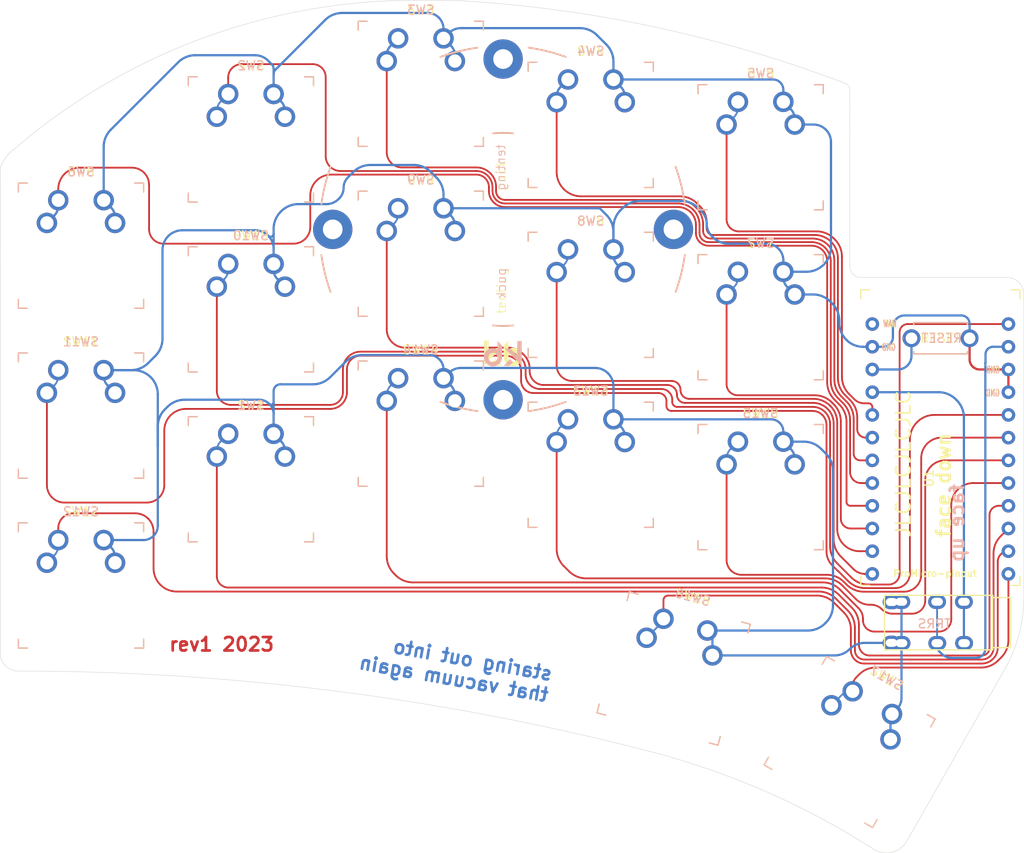
<source format=kicad_pcb>
(kicad_pcb (version 20221018) (generator pcbnew)
  (layers (0 "F.Cu" signal) (31 "B.Cu" signal) (34 "B.Paste" user) (35 "F.Paste" user) (36 "B.SilkS" user "B.Silkscreen") (37 "F.SilkS" user "F.Silkscreen") (38 "B.Mask" user) (39 "F.Mask" user) (44 "Edge.Cuts" user))
  (net 0 "")
  (net 1 "gnd")
  (net 2 "Switch1")
  (net 3 "Switch2")
  (net 4 "Switch3")
  (net 5 "Switch4")
  (net 6 "Switch5")
  (net 7 "Switch6")
  (net 8 "Switch7")
  (net 9 "Switch8")
  (net 10 "Switch9")
  (net 11 "Switch10")
  (net 12 "Switch11")
  (net 13 "Switch15")
  (net 14 "Switch13")
  (net 15 "Switch14")
  (net 16 "Switch12")
  (net 17 "Switch16")
  (net 18 "Switch17")
  (net 19 "reset")
  (net 20 "Switch18")
  (net 21 "vcc")
  (footprint "footprint:ProMicro_v3_min" (layer "F.Cu") (at 193.704 108.591)
    (fp_text reference "U1")
    (fp_text value "ProMicro-pinout")
  )
  (footprint "footprint:SW_MX_reversible" (layer "F.Cu") (at 116.61 73.47)
    (fp_text reference "SW2")
    (fp_text value "SW_Push")
  )
  (footprint "footprint:SW_MX_reversible" (layer "F.Cu") (at 135.61 105.245)
    (fp_text reference "SW14")
    (fp_text value "SW_Push")
  )
  (footprint "footprint:SW_MX_reversible" (layer "F.Cu") (at 116.61 111.47)
    (fp_text reference "SW1")
    (fp_text value "SW_Push")
  )
  (footprint "footprint:SW_MX_reversible" (layer "F.Cu") (at 154.61 109.845)
    (fp_text reference "SW13")
    (fp_text value "SW_Push")
  )
  (footprint "footprint:SW_MX_reversible" (layer "F.Cu") (at 97.61 85.345)
    (fp_text reference "SW6")
    (fp_text value "SW_Push")
  )
  (footprint "footprint:SW_MX_reversible" (layer "F.Cu") (at 97.61 104.345)
    (fp_text reference "SW11")
    (fp_text value "SW_Push")
  )
  (footprint "footprint:ResetSW" (layer "F.Cu") (at 193.725 95.7)
    (fp_text reference "RSW1" hide)
    (fp_text value "SW_Push")
  )
  (footprint "footprint:Tenting_Puck2" (layer "F.Cu") (at 144.812 83.529)
    (fp_text reference "H1")
    (fp_text value "MountingHole")
  )
  (footprint "footprint:SW_MX_reversible" (layer "F.Cu") (at 154.61 90.845)
    (fp_text reference "SW8")
    (fp_text value "SW_Push")
  )
  (footprint "footprint:SW_MX_reversible" (layer "F.Cu") (at 97.61 123.345)
    (fp_text reference "SW12")
    (fp_text value "SW_Push")
  )
  (footprint "footprint:SW_MX_reversible" (layer "F.Cu") (at 135.61 86.245)
    (fp_text reference "SW9")
    (fp_text value "SW_Push")
  )
  (footprint "footprint:SW_MX_reversible" (layer "F.Cu") (at 183.56 140.849 -30)
    (fp_text reference "SW17")
    (fp_text value "SW_Push")
  )
  (footprint "footprint:SW_MX_reversible" (layer "F.Cu") (at 116.61 92.47)
    (fp_text reference "SW10")
    (fp_text value "SW_Push")
  )
  (footprint "footprint:SW_MX_reversible" (layer "F.Cu") (at 173.61 93.345)
    (fp_text reference "SW7")
    (fp_text value "SW_Push")
  )
  (footprint "footprint:SW_MX_reversible" (layer "F.Cu") (at 154.61 71.845)
    (fp_text reference "SW4")
    (fp_text value "SW_Push")
  )
  (footprint "footprint:TRRS-PJ-DPB2" (layer "F.Cu") (at 199.56 127.495 -90)
    (fp_text reference "J1")
    (fp_text value "AudioJack4dpb" hide)
  )
  (footprint "footprint:SW_MX_reversible" (layer "F.Cu") (at 173.61 74.345)
    (fp_text reference "SW5")
    (fp_text value "SW_Push")
  )
  (footprint "footprint:SW_MX_reversible" (layer "F.Cu") (at 163.882 132.633 -15)
    (fp_text reference "SW16")
    (fp_text value "SW_Push")
  )
  (footprint "footprint:SW_MX_reversible" (layer "F.Cu") (at 135.61 67.245)
    (fp_text reference "SW3")
    (fp_text value "SW_Push")
  )
  (footprint "footprint:SW_MX_reversible" (layer "F.Cu") (at 173.61 112.345)
    (fp_text reference "SW15")
    (fp_text value "SW_Push")
  )
  (gr_arc (start 189.83217 152.137949) (mid 188.091164 153.216421) (end 186.10017 152.736684) (stroke (width 0.05)) (layer "Edge.Cuts"))
  (gr_arc (start 183.150415 67.231154) (mid 183.467204 67.50791) (end 183.58517 67.911684) (stroke (width 0.05)) (layer "Edge.Cuts"))
  (gr_line (start 201.14117 88.9) (end 184.785 88.9) (stroke (width 0.05)) (layer "Edge.Cuts"))
  (gr_line (start 90.889706 132.915062) (end 90.615172 132.912601) (stroke (width 0.05)) (layer "Edge.Cuts"))
  (gr_line (start 203.04617 90.805) (end 203.04617 124.686684) (stroke (width 0.05)) (layer "Edge.Cuts"))
  (gr_arc (start 90.615172 132.912601) (mid 89.202704 132.3634) (end 88.580171 130.981683) (stroke (width 0.05)) (layer "Edge.Cuts"))
  (gr_arc (start 201.14117 88.9) (mid 202.488208 89.457962) (end 203.04617 90.805) (stroke (width 0.05)) (layer "Edge.Cuts"))
  (gr_arc (start 90.889711 132.912696) (mid 126.18485 135.166627) (end 160.919877 141.822821) (stroke (width 0.05)) (layer "Edge.Cuts"))
  (gr_line (start 138.965397 57.902188) (end 134.99017 57.906684) (stroke (width 0.05)) (layer "Edge.Cuts"))
  (gr_arc (start 138.965397 57.902188) (mid 161.425813 60.824143) (end 183.150415 67.231154) (stroke (width 0.05)) (layer "Edge.Cuts"))
  (gr_line (start 88.588029 76.676004) (end 88.580171 130.981683) (stroke (width 0.05)) (layer "Edge.Cuts"))
  (gr_arc (start 88.588029 76.676004) (mid 89.145373 75.558289) (end 90.016781 74.663545) (stroke (width 0.05)) (layer "Edge.Cuts"))
  (gr_line (start 201.283849 132.052341) (end 189.83217 152.137949) (stroke (width 0.05)) (layer "Edge.Cuts"))
  (gr_arc (start 160.919877 141.822821) (mid 173.943392 146.279891) (end 186.10017 152.736684) (stroke (width 0.05)) (layer "Edge.Cuts"))
  (gr_arc (start 90.016781 74.663545) (mid 110.993305 62.232) (end 134.99017 57.906684) (stroke (width 0.05)) (layer "Edge.Cuts"))
  (gr_arc (start 203.04617 124.686684) (mid 202.585 128.47) (end 201.283849 132.052341) (stroke (width 0.05)) (layer "Edge.Cuts"))
  (gr_arc (start 184.785 88.9) (mid 183.91956 88.514528) (end 183.58017 87.63) (stroke (width 0.05)) (layer "Edge.Cuts"))
  (gr_line (start 183.58017 87.63) (end 183.58517 67.911684) (stroke (width 0.05)) (layer "Edge.Cuts"))
  (gr_text "rev1 2023" (at 107.315 130.81) (layer "F.Cu") (effects (font (size 1.5 1.5) (thickness 0.3) bold) (justify left bottom)))
  (gr_text "staring out into\nthat vacuum again" (at 149.86 136.525 350) (layer "B.Cu") (effects (font (size 1.5 1.5) (thickness 0.3) bold) (justify left bottom mirror)))
  (gr_text "face up" (at 196.45 111.85 90) (layer "B.SilkS") (effects (font (size 1.5 1.5) (thickness 0.3) bold) (justify left bottom mirror)))
  (gr_text "face down " (at 194.945 118.11 90) (layer "F.SilkS") (effects (font (size 1.5 1.5) (thickness 0.3) bold) (justify left bottom)))
  (gr_text "JLCJLCJLCJLC" (at 190.5 118.11 90) (layer "F.SilkS") (effects (font (size 1.6 1.6) (thickness 0.2)) (justify left bottom)))
  (segment (start 201.3154 99.193) (end 201.3154 101.733) (width 0.25) (layer "F.Cu") (net 1))
  (segment (start 196.975 98.052652) (end 196.975 95.7) (width 0.25) (layer "F.Cu") (net 1))
  (segment (start 201.3154 99.193) (end 198.115347 99.193) (width 0.25) (layer "F.Cu") (net 1))
  (arc (start 196.975 98.052652) (mid 197.061803 98.489044) (end 197.309 98.859) (width 0.25) (layer "F.Cu") (net 1))
  (arc (start 197.309 98.859) (mid 197.678955 99.106196) (end 198.115347 99.193) (width 0.25) (layer "F.Cu") (net 1))
  (segment (start 106.2 101.970764) (end 106.2 106.089214) (width 0.25) (layer "B.Cu") (net 1))
  (segment (start 119.970987 69.210987) (end 119.15 68.39) (width 0.25) (layer "B.Cu") (net 1))
  (segment (start 182.4 93.726981) (end 182.4 93.959185) (width 0.25) (layer "B.Cu") (net 1))
  (segment (start 176.747505 107.862505) (end 176.970987 108.085987) (width 0.25) (layer "B.Cu") (net 1))
  (segment (start 119.15 102.853248) (end 119.15 101.618198) (width 0.25) (layer "B.Cu") (net 1))
  (segment (start 136.357537 59.325) (end 126.826981 59.325) (width 0.25) (layer "B.Cu") (net 1))
  (segment (start 157.599012 87.484012) (end 158.42 88.305) (width 0.25) (layer "B.Cu") (net 1))
  (segment (start 181.7 110.526981) (end 181.7 125.573018) (width 0.25) (layer "B.Cu") (net 1))
  (segment (start 128.053103 77.121896) (end 127.461135 77.713864) (width 0.25) (layer "B.Cu") (net 1))
  (segment (start 138.959956 81.165) (end 155.506715 81.165) (width 0.25) (layer "B.Cu") (net 1))
  (segment (start 174.767243 104.765) (end 157.959956 104.765) (width 0.25) (layer "B.Cu") (net 1))
  (segment (start 157.15 83.813693) (end 157.15 85.765) (width 0.25) (layer "B.Cu") (net 1))
  (segment (start 187.327936 96.653) (end 186.0954 96.653) (width 0.25) (layer "B.Cu") (net 1))
  (segment (start 119.15 88.025) (end 119.15 87.39) (width 0.25) (layer "B.Cu") (net 1))
  (segment (start 160.101981 80.35) (end 164.723018 80.35) (width 0.25) (layer "B.Cu") (net 1))
  (segment (start 178.318025 90.805) (end 179.478018 90.805) (width 0.25) (layer "B.Cu") (net 1))
  (segment (start 138.15 61.117462) (end 138.15 61.356776) (width 0.25) (layer "B.Cu") (net 1))
  (segment (start 176.959956 107.265) (end 178.438018 107.265) (width 0.25) (layer "B.Cu") (net 1))
  (segment (start 119.362132 65.662867) (end 124.903103 60.121896) (width 0.25) (layer "B.Cu") (net 1))
  (segment (start 118.937867 65.062867) (end 118.5375 64.6625) (width 0.25) (layer "B.Cu") (net 1))
  (segment (start 137.353103 77.728103) (end 136.746896 77.121896) (width 0.25) (layer "B.Cu") (net 1))
  (segment (start 100.970987 119.085987) (end 100.15 118.265) (width 0.25) (layer "B.Cu") (net 1))
  (segment (start 176.15 106.42) (end 176.15 106.147756) (width 0.25) (layer "B.Cu") (net 1))
  (segment (start 181.603103 91.803103) (end 181.401896 91.601896) (width 0.25) (layer "B.Cu") (net 1))
  (segment (start 188.129557 138.010051) (end 188.129557 140.554295) (width 0.25) (layer "B.Cu") (net 1))
  (segment (start 101.42 82.17) (end 101.42 82.805) (width 0.25) (layer "B.Cu") (net 1))
  (segment (start 119.15 83.983794) (end 119.15 83.476981) (width 0.25) (layer "B.Cu") (net 1))
  (segment (start 106.2 116.660319) (end 106.2 107.7875) (width 0.25) (layer "B.Cu") (net 1))
  (segment (start 120.42 70.295) (end 120.42 70.93) (width 0.25) (layer "B.Cu") (net 1))
  (segment (start 119.15 66.175) (end 119.15 68.39) (width 0.25) (layer "B.Cu") (net 1))
  (segment (start 157.15 64.776981) (end 157.15 66.765) (width 0.25) (layer "B.Cu") (net 1))
  (segment (start 183.229386 95.904386) (end 183.189 95.864) (width 0.25) (layer "B.Cu") (net 1))
  (segment (start 119.599012 89.109012) (end 120.42 89.93) (width 0.25) (layer "B.Cu") (net 1))
  (segment (start 158.178103 81.146896) (end 157.946896 81.378103) (width 0.25) (layer "B.Cu") (net 1))
  (segment (start 100.946896 72.378103) (end 108.478103 64.846896) (width 0.25) (layer "B.Cu") (net 1))
  (segment (start 185.0367 96.653) (end 186.0954 96.653) (width 0.25) (layer "B.Cu") (net 1))
  (segment (start 120.42 108.295) (end 120.42 108.93) (width 0.25) (layer "B.Cu") (net 1))
  (segment (start 157.15 83.301981) (end 157.15 85.765) (width 0.25) (layer "B.Cu") (net 1))
  (segment (start 105.928103 97.671896) (end 105.131896 98.468103) (width 0.25) (layer "B.Cu") (net 1))
  (segment (start 176.785 90.17) (end 176.599012 89.984012) (width 0.25) (layer "B.Cu") (net 1))
  (segment (start 185.256706 129.765) (end 188.24 129.765) (width 0.25) (layer "B.Cu") (net 1))
  (segment (start 178.889521 128.383497) (end 167.650252 128.383497) (width 0.25) (layer "B.Cu") (net 1))
  (segment (start 101.42 120.17) (end 101.42 120.805) (width 0.25) (layer "B.Cu") (net 1))
  (segment (start 119.15 85.716205) (end 119.15 87.39) (width 0.25) (layer "B.Cu") (net 1))
  (segment (start 100.970987 81.085987) (end 100.15 80.265) (width 0.25) (layer "B.Cu") (net 1))
  (segment (start 100.599012 100.984012) (end 101.42 101.805) (width 0.25) (layer "B.Cu") (net 1))
  (segment (start 156.3625 81.9125) (end 155.595 81.145) (width 0.25) (layer "B.Cu") (net 1))
  (segment (start 136.528248 97.575) (end 129.076981 97.575) (width 0.25) (layer "B.Cu") (net 1))
  (segment (start 106.725 85.844238) (end 106.725 95.748018) (width 0.25) (layer "B.Cu") (net 1))
  (segment (start 189.723007 93.15) (end 196.036091 93.15) (width 0.25) (layer "B.Cu") (net 1))
  (segment (start 125.471896 100.053103) (end 127.153103 98.371896) (width 0.25) (layer "B.Cu") (net 1))
  (segment (start 119.946895 81.553103) (end 120.003103 81.496896) (width 0.25) (layer "B.Cu") (net 1))
  (segment (start 138.15 99.356776) (end 138.15 99.196751) (width 0.25) (layer "B.Cu") (net 1))
  (segment (start 180.656895 87.468103) (end 180.678103 87.446896) (width 0.25) (layer "B.Cu") (net 1))
  (segment (start 100.15 99.265) (end 103.494235 99.265) (width 0.25) (layer "B.Cu") (net 1))
  (segment (start 196.975 94.088908) (end 196.975 95.7) (width 0.25) (layer "B.Cu") (net 1))
  (segment (start 176.15 88.265) (end 176.15 87.002817) (width 0.25) (layer "B.Cu") (net 1))
  (segment (start 109.201981 102.575) (end 117.528248 102.575) (width 0.25) (layer "B.Cu") (net 1))
  (segment (start 189.36 135.909554) (end 189.36 129.795) (width 0.25) (layer "B.Cu") (net 1))
  (segment (start 156.353103 62.853103) (end 155.318896 61.818896) (width 0.25) (layer "B.Cu") (net 1))
  (segment (start 177.42 109.17) (end 177.42 109.805) (width 0.25) (layer "B.Cu") (net 1))
  (segment (start 138.785 81.8) (end 138.970987 81.985987) (width 0.25) (layer "B.Cu") (net 1))
  (segment (start 155.09635 99.022) (end 140.101223 99.022) (width 0.25) (layer "B.Cu") (net 1))
  (segment (start 119.918198 100.85) (end 123.548018 100.85) (width 0.25) (layer "B.Cu") (net 1))
  (segment (start 178.055 71.805) (end 179.520362 71.805) (width 0.25) (layer "B.Cu") (net 1))
  (segment (start 176.785 69.9) (end 176.970987 70.085987) (width 0.25) (layer "B.Cu") (net 1))
  (segment (start 176.15 68.366974) (end 176.15 67.934368) (width 0.25) (layer "B.Cu") (net 1))
  (segment (start 100.15 74.301981) (end 100.15 80.265) (width 0.25) (layer "B.Cu") (net 1))
  (segment (start 157.785 105.4) (end 157.970987 105.585987) (width 0.25) (layer "B.Cu") (net 1))
  (segment (start 106.2 105.5625) (end 106.2 107.7875) (width 0.25) (layer "B.Cu") (net 1))
  (segment (start 188.384779 137.634517) (end 188.214631 137.804665) (width 0.25) (layer "B.Cu") (net 1))
  (segment (start 106.2 107.7875) (end 106.2 106.089214) (width 0.25) (layer "B.Cu") (net 1))
  (segment (start 139.42 64.07) (end 139.42 64.705) (width 0.25) (layer "B.Cu") (net 1))
  (segment (start 189.36 129.795) (end 189.36 125.185) (width 0.25) (layer "B.Cu") (net 1))
  (segment (start 139.42 102.07) (end 139.42 102.705) (width 0.25) (layer "B.Cu") (net 1))
  (segment (start 174.272182 85.125) (end 170.007627 85.125) (width 0.25) (layer "B.Cu") (net 1))
  (segment (start 138.7215 100.7365) (end 138.970987 100.985987) (width 0.25) (layer "B.Cu") (net 1))
  (segment (start 119.15 66.175) (end 119.15 65.575) (width 0.25) (layer "B.Cu") (net 1))
  (segment (start 100.15 99.265) (end 103.208018 99.265) (width 0.25) (layer "B.Cu") (net 1))
  (segment (start 168.219578 131.165649) (end 168.219578 128.952823) (width 0.25) (layer "B.Cu") (net 1))
  (segment (start 188.4 95.580936) (end 188.4 94.473007) (width 0.25) (layer "B.Cu") (net 1))
  (segment (start 176.15 88.265) (end 178.733018 88.265) (width 0.25) (layer "B.Cu") (net 1))
  (segment (start 188.829852 137.189443) (end 188.384779 137.634517) (width 0.25) (layer "B.Cu") (net 1))
  (segment (start 107.278103 103.371896) (end 106.986656 103.663343) (width 0.25) (layer "B.Cu") (net 1))
  (segment (start 139.42 83.07) (end 139.42 83.705) (width 0.25) (layer "B.Cu") (net 1))
  (segment (start 110.401981 64.05) (end 117.058794 64.05) (width 0.25) (layer "B.Cu") (net 1))
  (segment (start 180.903103 108.603103) (end 180.361896 108.061896) (width 0.25) (layer "B.Cu") (net 1))
  (segment (start 157.15 86.4) (end 157.15 85.765) (width 0.25) (layer "B.Cu") (net 1))
  (segment (start 100.15 99.9) (end 100.15 99.265) (width 0.25) (layer "B.Cu") (net 1))
  (segment (start 121.926981 80.7) (end 125.054504 80.7) (width 0.25) (layer "B.Cu") (net 1))
  (segment (start 181.475 73.759637) (end 181.475 85.523018) (width 0.25) (layer "B.Cu") (net 1))
  (segment (start 158.42 68.67) (end 158.42 69.305) (width 0.25) (layer "B.Cu") (net 1))
  (segment (start 118.577274 84.277274) (end 118.5375 84.2375) (width 0.25) (layer "B.Cu") (net 1))
  (segment (start 174.980631 66.765) (end 157.15 66.765) (width 0.25) (layer "B.Cu") (net 1))
  (segment (start 119.15 102.853248) (end 119.15 104.196751) (width 0.25) (layer "B.Cu") (net 1))
  (segment (start 117.058794 83.625) (end 108.944238 83.625) (width 0.25) (layer "B.Cu") (net 1))
  (segment (start 119.970987 107.210987) (end 119.15 106.39) (width 0.25) (layer "B.Cu") (net 1))
  (segment (start 180.903103 127.496895) (end 180.813399 127.5866) (width 0.25) (layer "B.Cu") (net 1))
  (segment (start 138.7215 62.7365) (end 138.970987 62.985987) (width 0.25) (layer "B.Cu") (net 1))
  (segment (start 158.42 106.67) (end 158.42 107.305) (width 0.25) (layer "B.Cu") (net 1))
  (segment (start 126.488864 80.061135) (end 126.4125 80.1375) (width 0.25) (layer "B.Cu") (net 1))
  (segment (start 157.970987 67.585987) (end 157.15 66.765) (width 0.25) (layer "B.Cu") (net 1))
  (segment (start 129.976981 76.325) (end 134.823018 76.325) (width 0.25) (layer "B.Cu") (net 1))
  (segment (start 157.15 101.075649) (end 157.15 103.866974) (width 0.25) (layer "B.Cu") (net 1))
  (segment (start 168.219578 131.165649) (end 181.87524 131.165649) (width 0.25) (layer "B.Cu") (net 1))
  (segment (start 100.15 118.265) (end 104.595319 118.265) (width 0.25) (layer "B.Cu") (net 1))
  (segment (start 119.15 83.983794) (end 119.15 85.716205) (width 0.25) (layer "B.Cu") (net 1))
  (segment (start 168.149524 84.274524) (end 168.2875 84.4125) (width 0.25) (layer "B.Cu") (net 1))
  (segment (start 138.15 79.651981) (end 138.15 80.266974) (width 0.25) (layer "B.Cu") (net 1))
  (segment (start 176.15 88.9) (end 176.15 88.265) (width 0.25) (layer "B.Cu") (net 1))
  (segment (start 140.101223 61.022) (end 153.395018 61.022) (width 0.25) (layer "B.Cu") (net 1))
  (segment (start 166.646896 81.146896) (end 167.000475 81.500475) (width 0.25) (layer "B.Cu") (net 1))
  (segment (start 119.15 104.196751) (end 119.15 106.39) (width 0.25) (layer "B.Cu") (net 1))
  (arc (start 188.214631 137.804665) (mid 188.151667 137.898897) (end 188.129557 138.010051) (width 0.25) (layer "B.Cu") (net 1))
  (arc (start 119.918198 100.85) (mid 119.624221 100.908475) (end 119.375 101.075) (width 0.25) (layer "B.Cu") (net 1))
  (arc (start 155.555 81.145) (mid 155.532846 81.159802) (end 155.506715 81.165) (width 0.25) (layer "B.Cu") (net 1))
  (arc (start 119.15 85.716205) (mid 119.001153 84.926272) (end 118.577274 84.277274) (width 0.25) (layer "B.Cu") (net 1))
  (arc (start 182.4 93.959185) (mid 182.605054 94.990063) (end 183.189 95.864) (width 0.25) (layer "B.Cu") (net 1))
  (arc (start 185.256706 129.765) (mid 184.341688 129.947008) (end 183.565973 130.465324) (width 0.25) (layer "B.Cu") (net 1))
  (arc (start 105.4075 100.0575) (mid 104.529686 99.470964) (end 103.494235 99.265) (width 0.25) (layer "B.Cu") (net 1))
  (arc (start 100.970987 81.085987) (mid 101.303305 81.583336) (end 101.42 82.17) (width 0.25) (layer "B.Cu") (net 1))
  (arc (start 105.73 117.795) (mid 105.209404 118.14285) (end 104.595319 118.265) (width 0.25) (layer "B.Cu") (net 1))
  (arc (start 138.785 81.8) (mid 138.315031 81.096641) (end 138.15 80.266974) (width 0.25) (layer "B.Cu") (net 1))
  (arc (start 126.826981 59.325) (mid 125.785786 59.532106) (end 124.903103 60.121896) (width 0.25) (layer "B.Cu") (net 1))
  (arc (start 155.595 81.145) (mid 155.575 81.136715) (end 155.555 81.145) (width 0.25) (layer "B.Cu") (net 1))
  (arc (start 181.475 85.523018) (mid 181.267893 86.564213) (end 180.678103 87.446896) (width 0.25) (layer "B.Cu") (net 1))
  (arc (start 156.5485 99.6235) (mid 155.882248 99.178324) (end 155.09635 99.022) (width 0.25) (layer "B.Cu") (net 1))
  (arc (start 156.5485 99.6235) (mid 156.993675 100.289751) (end 157.15 101.075649) (width 0.25) (layer "B.Cu") (net 1))
  (arc (start 119.15 104.196751) (mid 119.026551 103.576133) (end 118.675 103.05) (width 0.25) (layer "B.Cu") (net 1))
  (arc (start 137.625 59.85) (mid 137.043483 59.461443) (end 136.357537 59.325) (width 0.25) (layer "B.Cu") (net 1))
  (arc (start 118.937867 65.062867) (mid 119.094868 65.297835) (end 119.15 65.575) (width 0.25) (layer "B.Cu") (net 1))
  (arc (start 100.970987 119.085987) (mid 101.303305 119.583336) (end 101.42 120.17) (width 0.25) (layer "B.Cu") (net 1))
  (arc (start 138.970987 100.985987) (mid 139.303305 101.483336) (end 139.42 102.07) (width 0.25) (layer "B.Cu") (net 1))
  (arc (start 100.946896 72.378103) (mid 100.357106 73.260786) (end 100.15 74.301981) (width 0.25) (layer "B.Cu") (net 1))
  (arc (start 138.15 61.356776) (mid 138.356663 61.66607) (end 138.7215 61.5935) (width 0.25) (layer "B.Cu") (net 1))
  (arc (start 138.7215 99.5935) (mid 138.484776 100.165) (end 138.7215 100.7365) (width 0.25) (layer "B.Cu") (net 1))
  (arc (start 183.565973 130.465324) (mid 182.790258 130.98364) (end 181.87524 131.165649) (width 0.25) (layer "B.Cu") (net 1))
  (arc (start 106.2 106.089214) (mid 106.2 105.825857) (end 106.2 105.5625) (width 0.25) (layer "B.Cu") (net 1))
  (arc (start 138.970987 62.985987) (mid 139.303305 63.483336) (end 139.42 64.07) (width 0.25) (layer "B.Cu") (net 1))
  (arc (start 138.959956 81.165) (mid 138.672518 81.394625) (end 138.785 81.8) (width 0.25) (layer "B.Cu") (net 1))
  (arc (start 176.970987 108.085987) (mid 177.303305 108.583336) (end 177.42 109.17) (width 0.25) (layer "B.Cu") (net 1))
  (arc (start 126.4125 80.1375) (mid 125.789446 80.553811) (end 125.054504 80.7) (width 0.25) (layer "B.Cu") (net 1))
  (arc (start 119.362132 65.662867) (mid 119.205131 65.897835) (end 119.15 66.175) (width 0.25) (layer "B.Cu") (net 1))
  (arc (start 138.15 80.266974) (mid 138.38723 80.901974) (end 138.959956 81.165) (width 0.25) (layer "B.Cu") (net 1))
  (arc (start 138.7215 100.7365) (mid 138.298528 100.103477) (end 138.15 99.356776) (width 0.25) (layer "B.Cu") (net 1))
  (arc (start 175.745 105.17) (mid 176.044743 105.618598) (end 176.15 106.147756) (width 0.25) (layer "B.Cu") (net 1))
  (arc (start 107.375 84.275) (mid 106.893929 84.994972) (end 106.725 85.844238) (width 0.25) (layer "B.Cu") (net 1))
  (arc (start 180.656895 87.468103) (mid 179.774213 88.057893) (end 178.733018 88.265) (width 0.25) (layer "B.Cu") (net 1))
  (arc (start 176.959956 107.265) (mid 176.658959 107.481067) (end 176.747505 107.862505) (width 0.25) (layer "B.Cu") (net 1))
  (arc (start 121.926981 80.7) (mid 120.885786 80.907106) (end 120.003103 81.496896) (width 0.25) (layer "B.Cu") (net 1))
  (arc (start 176.970987 70.085987) (mid 177.303305 70.583336) (end 177.42 71.17) (width 0.25) (layer "B.Cu") (net 1))
  (arc (start 138.970987 81.985987) (mid 139.303305 82.483336) (end 139.42 83.07) (width 0.25) (layer "B.Cu") (net 1))
  (arc (start 157.15 103.866974) (mid 157.38723 104.501974) (end 157.959956 104.765) (width 0.25) (layer "B.Cu") (net 1))
  (arc (start 189.36 135.909554) (mid 189.222219 136.602225) (end 188.829852 137.189443) (width 0.25) (layer "B.Cu") (net 1))
  (arc (start 119.375 101.075) (mid 119.208475 101.324221) (end 119.15 101.618198) (width 0.25) (layer "B.Cu") (net 1))
  (arc (start 180.813399 127.5866) (mid 179.930716 128.17639) (end 178.889521 128.383497) (width 0.25) (layer "B.Cu") (net 1))
  (arc (start 181.603103 91.803103) (mid 182.192893 92.685786) (end 182.4 93.726981) (width 0.25) (layer "B.Cu") (net 1))
  (arc (start 119.15 65.575) (mid 119.22671 65.689804) (end 119.362132 65.662867) (width 0.25) (layer "B.Cu") (net 1))
  (arc (start 175.8075 67.1075) (mid 175.428129 66.854012) (end 174.980631 66.765) (width 0.25) (layer "B.Cu") (net 1))
  (arc (start 138.7215 62.7365) (mid 138.298528 62.103477) (end 138.15 61.356776) (width 0.25) (layer "B.Cu") (net 1))
  (arc (start 118.675 103.05) (mid 118.978232 103.110316) (end 119.15 102.853248) (width 0.25) (layer "B.Cu") (net 1))
  (arc (start 160.101981 80.35) (mid 159.060786 80.557106) (end 158.178103 81.146896) (width 0.25) (layer "B.Cu") (net 1))
  (arc (start 180.903103 108.603103) (mid 181.492893 109.485786) (end 181.7 110.526981) (width 0.25) (layer "B.Cu") (net 1))
  (arc (start 175.745 105.17) (mid 175.296401 104.870256) (end 174.767243 104.765) (width 0.25) (layer "B.Cu") (net 1))
  (arc (start 157.946896 81.378103) (mid 157.357106 82.260786) (end 157.15 83.301981) (width 0.25) (layer "B.Cu") (net 1))
  (arc (start 119.970987 69.210987) (mid 120.303305 69.708336) (end 120.42 70.295) (width 0.25) (layer "B.Cu") (net 1))
  (arc (start 196.7 93.425) (mid 196.395396 93.22147) (end 196.036091 93.15) (width 0.25) (layer "B.Cu") (net 1))
  (arc (start 155.318896 61.818896) (mid 154.436213 61.229106) (end 153.395018 61.022) (width 0.25) (layer "B.Cu") (net 1))
  (arc (start 157.970987 105.585987) (mid 158.303305 106.083336) (end 158.42 106.67) (width 0.25) (layer "B.Cu") (net 1))
  (arc (start 129.976981 76.325) (mid 128.935786 76.532106) (end 128.053103 77.121896) (width 0.25) (layer "B.Cu") (net 1))
  (arc (start 176.15 106.42) (mid 176.38723 107.017505) (end 176.959956 107.265) (width 0.25) (layer "B.Cu") (net 1))
  (arc (start 166.646896 81.146896) (mid 165.764213 80.557106) (end 164.723018 80.35) (width 0.25) (layer "B.Cu") (net 1))
  (arc (start 109.201981 102.575) (mid 108.160786 102.782106) (end 107.278103 103.371896) (width 0.25) (layer "B.Cu") (net 1))
  (arc (start 180.361896 108.061896) (mid 179.479213 107.472106) (end 178.438018 107.265) (width 0.25) (layer "B.Cu") (net 1))
  (arc (start 108.944238 83.625) (mid 108.094972 83.793929) (end 107.375 84.275) (width 0.25) (layer "B.Cu") (net 1))
  (arc (start 196.7 93.425) (mid 196.903529 93.729603) (end 196.975 94.088908) (width 0.25) (layer "B.Cu") (net 1))
  (arc (start 180.9025 72.3775) (mid 180.268369 71.953787) (end 179.520362 71.805) (width 0.25) (layer "B.Cu") (net 1))
  (arc (start 175.6 85.675) (mid 174.990792 85.26794) (end 174.272182 85.125) (width 0.25) (layer "B.Cu") (net 1))
  (arc (start 137.675 98.05) (mid 137.148865 97.698448) (end 136.528248 97.575) (width 0.25) (layer "B.Cu") (net 1))
  (arc (start 176.15 88.9) (mid 176.266694 89.486663) (end 176.599012 89.984012) (width 0.25) (layer "B.Cu") (net 1))
  (arc (start 167.575 82.8875) (mid 167.724313 83.638152) (end 168.149524 84.274524) (width 0.25) (layer "B.Cu") (net 1))
  (arc (start 176.15 68.366974) (mid 176.315031 69.196641) (end 176.785 69.9) (width 0.25) (layer "B.Cu") (net 1))
  (arc (start 110.401981 64.05) (mid 109.360786 64.257106) (end 108.478103 64.846896) (width 0.25) (layer "B.Cu") (net 1))
  (arc (start 157.785 105.4) (mid 157.315031 104.696641) (end 157.15 103.866974) (width 0.25) (layer "B.Cu") (net 1))
  (arc (start 118.5375 64.6625) (mid 117.859063 64.209183) (end 117.058794 64.05) (width 0.25) (layer "B.Cu") (net 1))
  (arc (start 140.101223 61.022) (mid 139.354522 61.170528) (end 138.7215 61.5935) (width 0.25) (layer "B.Cu") (net 1))
  (arc (start 156.353103 62.853103) (mid 156.942893 63.735786) (end 157.15 64.776981) (width 0.25) (layer "B.Cu") (net 1))
  (arc (start 119.15 88.025) (mid 119.266694 88.611663) (end 119.599012 89.109012) (width 0.25) (layer "B.Cu") (net 1))
  (arc (start 140.101223 99.022) (mid 139.354522 99.170528) (end 138.7215 99.5935) (width 0.25) (layer "B.Cu") (net 1))
  (arc (start 156.3625 81.9125) (mid 156.945335 82.784774) (end 157.15 83.813693) (width 0.25) (layer "B.Cu") (net 1))
  (arc (start 129.076981 97.575) (mid 128.035786 97.782106) (end 127.153103 98.371896) (width 0.25) (layer "B.Cu") (net 1))
  (arc (start 118.675 103.05) (mid 118.148865 102.698448) (end 117.528248 102.575) (width 0.25) (layer "B.Cu") (net 1))
  (arc (start 180.9025 72.3775) (mid 181.326212 73.011629) (end 181.475 73.759637) (width 0.25) (layer "B.Cu") (net 1))
  (arc (start 105.4075 100.0575) (mid 105.994035 100.935313) (end 106.2 101.970764) (width 0.25) (layer "B.Cu") (net 1))
  (arc (start 100.15 99.9) (mid 100.266694 100.486663) (end 100.599012 100.984012) (width 0.25) (layer "B.Cu") (net 1))
  (arc (start 181.401896 91.601896) (mid 180.519213 91.012106) (end 179.478018 90.805) (width 0.25) (layer "B.Cu") (net 1))
  (arc (start 119.970987 107.210987) (mid 120.303305 107.708336) (end 120.42 108.295) (width 0.25) (layer "B.Cu") (net 1))
  (arc (start 157.959956 104.765) (mid 157.672518 104.994625) (end 157.785 105.4) (width 0.25) (layer "B.Cu") (net 1))
  (arc (start 167.000475 81.500475) (mid 167.425685 82.136847) (end 167.575 82.8875) (width 0.25) (layer "B.Cu") (net 1))
  (arc (start 136.746896 77.121896) (mid 135.864213 76.532106) (end 134.823018 76.325) (width 0.25) (layer "B.Cu") (net 1))
  (arc (start 177.42 71.17) (mid 177.605987 71.619012) (end 178.055 71.805) (width 0.25) (layer "B.Cu") (net 1))
  (arc (start 106.2 116.660319) (mid 106.07785 117.274404) (end 105.73 117.795) (width 0.25) (layer "B.Cu") (net 1))
  (arc (start 137.675 98.05) (mid 138.026551 98.576133) (end 138.15 99.196751) (width 0.25) (layer "B.Cu") (net 1))
  (arc (start 183.229386 95.904386) (mid 184.058588 96.458441) (end 185.0367 96.653) (width 0.25) (layer "B.Cu") (net 1))
  (arc (start 176.785 90.17) (mid 177.488357 90.639968) (end 178.318025 90.805) (width 0.25) (layer "B.Cu") (net 1))
  (arc (start 175.8075 67.1075) (mid 176.060987 67.48687) (end 176.15 67.934368) (width 0.25) (layer "B.Cu") (net 1))
  (arc (start 118.577274 84.277274) (mid 118.942893 84.329659) (end 119.15 83.983794) (width 0.25) (layer "B.Cu") (net 1))
  (arc (start 119.946895 81.553103) (mid 119.357106 82.435786) (end 119.15 83.476981) (width 0.25) (layer "B.Cu") (net 1))
  (arc (start 106.986656 103.663343) (mid 106.404445 104.534683) (end 106.2 105.5625) (width 0.25) (layer "B.Cu") (net 1))
  (arc (start 106.725 95.748018) (mid 106.517893 96.789213) (end 105.928103 97.671896) (width 0.25) (layer "B.Cu") (net 1))
  (arc (start 118.5375 84.2375) (mid 117.859063 83.784183) (end 117.058794 83.625) (width 0.25) (layer "B.Cu") (net 1))
  (arc (start 105.131896 98.468103) (mid 104.249213 99.057893) (end 103.208018 99.265) (width 0.25) (layer "B.Cu") (net 1))
  (arc (start 137.353103 77.728103) (mid 137.942893 78.610786) (end 138.15 79.651981) (width 0.25) (layer "B.Cu") (net 1))
  (arc (start 138.7215 61.5935) (mid 138.484776 62.165) (end 138.7215 62.7365) (width 0.25) (layer "B.Cu") (net 1))
  (arc (start 175.6 85.675) (mid 176.007059 86.284207) (end 176.15 87.002817) (width 0.25) (layer "B.Cu") (net 1))
  (arc (start 138.15 99.356776) (mid 138.356663 99.66607) (end 138.7215 99.5935) (width 0.25) (layer "B.Cu") (net 1))
  (arc (start 188.086 96.339) (mid 187.738197 96.571394) (end 187.327936 96.653) (width 0.25) (layer "B.Cu") (net 1))
  (arc (start 188.4 95.580936) (mid 188.318394 95.991197) (end 188.086 96.339) (width 0.25) (layer "B.Cu") (net 1))
  (arc (start 137.625 59.85) (mid 138.013556 60.431516) (end 138.15 61.117462) (width 0.25) (layer "B.Cu") (net 1))
  (arc (start 168.2875 84.4125) (mid 169.076701 84.939827) (end 170.007627 85.125) (width 0.25) (layer "B.Cu") (net 1))
  (arc (start 188.7875 93.5375) (mid 188.500707 93.966714) (end 188.4 94.473007) (width 0.25) (layer "B.Cu") (net 1))
  (arc (start 181.7 125.573018) (mid 181.492893 126.614213) (end 180.903103 127.496895) (width 0.25) (layer "B.Cu") (net 1))
  (arc (start 125.471896 100.053103) (mid 124.589213 100.642893) (end 123.548018 100.85) (width 0.25) (layer "B.Cu") (net 1))
  (arc (start 126.975 78.8875) (mid 126.848657 79.522666) (end 126.488864 80.061135) (width 0.25) (layer "B.Cu") (net 1))
  (arc (start 189.723007 93.15) (mid 189.216714 93.250707) (end 188.7875 93.5375) (width 0.25) (layer "B.Cu") (net 1))
  (arc (start 176.747505 107.862505) (mid 176.305286 107.200678) (end 176.15 106.42) (width 0.25) (layer "B.Cu") (net 1))
  (arc (start 157.970987 67.585987) (mid 158.303305 68.083336) (end 158.42 68.67) (width 0.25) (layer "B.Cu") (net 1))
  (arc (start 157.15 86.4) (mid 157.266694 86.986663) (end 157.599012 87.484012) (width 0.25) (layer "B.Cu") (net 1))
  (arc (start 127.461135 77.713864) (mid 127.101342 78.252332) (end 126.975 78.8875) (width 0.25) (layer "B.Cu") (net 1))
  (segment (start 200.253284 114.433) (end 201.3154 114.433) (width 0.2) (layer "F.Cu") (net 2))
  (segment (start 182.346896 124.371896) (end 183.803103 125.828103) (width 0.2) (layer "F.Cu") (net 2))
  (segment (start 185.794974 131.175) (end 198.350215 131.175) (width 0.2) (layer "F.Cu") (net 2))
  (segment (start 184.6 127.751981) (end 184.6 129.980025) (width 0.2) (layer "F.Cu") (net 2))
  (segment (start 199.2 115.486284) (end 199.2 130.325215) (width 0.2) (layer "F.Cu") (net 2))
  (segment (start 180.423018 123.575) (end 114.08033 123.575) (width 0.2) (layer "F.Cu") (net 2))
  (segment (start 112.8 122.294669) (end 112.8 108.93) (width 0.2) (layer "F.Cu") (net 2))
  (arc (start 112.8 122.294669) (mid 112.897459 122.78463) (end 113.175 123.2) (width 0.2) (layer "F.Cu") (net 2))
  (arc (start 184.95 130.825) (mid 185.337677 131.084037) (end 185.794974 131.175) (width 0.2) (layer "F.Cu") (net 2))
  (arc (start 182.346896 124.371896) (mid 181.464213 123.782106) (end 180.423018 123.575) (width 0.2) (layer "F.Cu") (net 2))
  (arc (start 113.175 123.2) (mid 113.590368 123.47754) (end 114.08033 123.575) (width 0.2) (layer "F.Cu") (net 2))
  (arc (start 198.951104 130.926104) (mid 198.675413 131.110314) (end 198.350215 131.175) (width 0.2) (layer "F.Cu") (net 2))
  (arc (start 200.253284 114.433) (mid 199.850209 114.513176) (end 199.5085 114.7415) (width 0.2) (layer "F.Cu") (net 2))
  (arc (start 184.6 129.980025) (mid 184.690962 130.437322) (end 184.95 130.825) (width 0.2) (layer "F.Cu") (net 2))
  (arc (start 199.2 130.325215) (mid 199.135314 130.650413) (end 198.951104 130.926104) (width 0.2) (layer "F.Cu") (net 2))
  (arc (start 199.5085 114.7415) (mid 199.280176 115.083209) (end 199.2 115.486284) (width 0.2) (layer "F.Cu") (net 2))
  (arc (start 183.803103 125.828103) (mid 184.392893 126.710786) (end 184.6 127.751981) (width 0.2) (layer "F.Cu") (net 2))
  (segment (start 112.8 108.295) (end 112.8 108.93) (width 0.2) (layer "B.Cu") (net 2))
  (segment (start 113.249012 107.210987) (end 114.07 106.39) (width 0.2) (layer "B.Cu") (net 2))
  (arc (start 113.249012 107.210987) (mid 112.916694 107.708336) (end 112.8 108.295) (width 0.2) (layer "B.Cu") (net 2))
  (segment (start 124.975 75.33557) (end 124.975 66.50104) (width 0.2) (layer "F.Cu") (net 3))
  (segment (start 184.838202 111.893) (end 186.0954 111.893) (width 0.2) (layer "F.Cu") (net 3))
  (segment (start 164.375978 80.629) (end 145.024291 80.629) (width 0.2) (layer "F.Cu") (net 3))
  (segment (start 182.246896 102.38121) (end 182.815603 102.949918) (width 0.2) (layer "F.Cu") (net 3))
  (segment (start 167.783364 84.95) (end 179.300216 84.95) (width 0.2) (layer "F.Cu") (net 3))
  (segment (start 181.45 100.457332) (end 181.45 87.099784) (width 0.2) (layer "F.Cu") (net 3))
  (segment (start 143.625 78.808363) (end 143.625 79.229708) (width 0.2) (layer "F.Cu") (net 3))
  (segment (start 183.6125 104.873796) (end 183.6125 110.667297) (width 0.2) (layer "F.Cu") (net 3))
  (segment (start 114.07 66.552253) (end 114.07 68.39) (width 0.2) (layer "F.Cu") (net 3))
  (segment (start 126.639429 77) (end 141.816637 77) (width 0.2) (layer "F.Cu") (net 3))
  (segment (start 166.775 83.941635) (end 166.775 83.028022) (width 0.2) (layer "F.Cu") (net 3))
  (segment (start 123.523959 65.05) (end 115.572253 65.05) (width 0.2) (layer "F.Cu") (net 3))
  (arc (start 143.625 79.229708) (mid 143.731514 79.765194) (end 144.034843 80.219157) (width 0.2) (layer "F.Cu") (net 3))
  (arc (start 115.572253 65.05) (mid 114.997366 65.164352) (end 114.51 65.49) (width 0.2) (layer "F.Cu") (net 3))
  (arc (start 166.775 83.941635) (mid 166.851757 84.327519) (end 167.070343 84.654657) (width 0.2) (layer "F.Cu") (net 3))
  (arc (start 124.55 65.475) (mid 124.864546 65.945751) (end 124.975 66.50104) (width 0.2) (layer "F.Cu") (net 3))
  (arc (start 166.072343 81.331657) (mid 165.294044 80.811614) (end 164.375978 80.629) (width 0.2) (layer "F.Cu") (net 3))
  (arc (start 143.095343 77.529657) (mid 143.487346 78.116332) (end 143.625 78.808363) (width 0.2) (layer "F.Cu") (net 3))
  (arc (start 183.9715 111.534) (mid 184.369146 111.799698) (end 184.838202 111.893) (width 0.2) (layer "F.Cu") (net 3))
  (arc (start 143.095343 77.529657) (mid 142.508667 77.137653) (end 141.816637 77) (width 0.2) (layer "F.Cu") (net 3))
  (arc (start 180.820343 85.579657) (mid 180.122902 85.113642) (end 179.300216 84.95) (width 0.2) (layer "F.Cu") (net 3))
  (arc (start 180.820343 85.579657) (mid 181.286357 86.277097) (end 181.45 87.099784) (width 0.2) (layer "F.Cu") (net 3))
  (arc (start 166.072343 81.331657) (mid 166.592385 82.109956) (end 166.775 83.028022) (width 0.2) (layer "F.Cu") (net 3))
  (arc (start 124.975 75.33557) (mid 125.101697 75.97252) (end 125.4625 76.5125) (width 0.2) (layer "F.Cu") (net 3))
  (arc (start 144.034843 80.219157) (mid 144.488805 80.522485) (end 145.024291 80.629) (width 0.2) (layer "F.Cu") (net 3))
  (arc (start 183.6125 110.667297) (mid 183.705801 111.136353) (end 183.9715 111.534) (width 0.2) (layer "F.Cu") (net 3))
  (arc (start 125.4625 76.5125) (mid 126.002479 76.873302) (end 126.639429 77) (width 0.2) (layer "F.Cu") (net 3))
  (arc (start 124.55 65.475) (mid 124.079248 65.160453) (end 123.523959 65.05) (width 0.2) (layer "F.Cu") (net 3))
  (arc (start 114.51 65.49) (mid 114.184352 65.977366) (end 114.07 66.552253) (width 0.2) (layer "F.Cu") (net 3))
  (arc (start 182.815603 102.949918) (mid 183.405393 103.832601) (end 183.6125 104.873796) (width 0.2) (layer "F.Cu") (net 3))
  (arc (start 181.45 100.457332) (mid 181.657106 101.498527) (end 182.246896 102.38121) (width 0.2) (layer "F.Cu") (net 3))
  (arc (start 167.070343 84.654657) (mid 167.397479 84.873242) (end 167.783364 84.95) (width 0.2) (layer "F.Cu") (net 3))
  (segment (start 113.249012 69.210987) (end 114.07 68.39) (width 0.2) (layer "B.Cu") (net 3))
  (segment (start 112.8 70.295) (end 112.8 70.93) (width 0.2) (layer "B.Cu") (net 3))
  (arc (start 113.249012 69.210987) (mid 112.916694 69.708336) (end 112.8 70.295) (width 0.2) (layer "B.Cu") (net 3))
  (segment (start 144.025 79.229707) (end 144.025 78.768629) (width 0.2) (layer "F.Cu") (net 4))
  (segment (start 131.8 74.892893) (end 131.8 64.705) (width 0.2) (layer "F.Cu") (net 4))
  (segment (start 181.85 86.982627) (end 181.85 100.291646) (width 0.2) (layer "F.Cu") (net 4))
  (segment (start 183.215604 102.784232) (end 182.646896 102.215524) (width 0.2) (layer "F.Cu") (net 4))
  (segment (start 143.378186 77.246814) (end 143.406282 77.274911) (width 0.2) (layer "F.Cu") (net 4))
  (segment (start 168.028553 84.55) (end 179.417372 84.55) (width 0.2) (layer "F.Cu") (net 4))
  (segment (start 184.743141 109.353) (end 186.0954 109.353) (width 0.2) (layer "F.Cu") (net 4))
  (segment (start 167.175 82.959315) (end 167.175 83.696446) (width 0.2) (layer "F.Cu") (net 4))
  (segment (start 184.0125 108.622358) (end 184.0125 104.708111) (width 0.2) (layer "F.Cu") (net 4))
  (segment (start 141.816638 76.6) (end 133.507106 76.6) (width 0.2) (layer "F.Cu") (net 4))
  (segment (start 164.40839 80.229) (end 145.024292 80.229) (width 0.2) (layer "F.Cu") (net 4))
  (segment (start 166.403769 81.097398) (end 166.332267 81.025896) (width 0.2) (layer "F.Cu") (net 4))
  (arc (start 167.425 84.3) (mid 167.701912 84.485027) (end 168.028553 84.55) (width 0.2) (layer "F.Cu") (net 4))
  (arc (start 181.85 100.291646) (mid 182.057106 101.332841) (end 182.646896 102.215524) (width 0.2) (layer "F.Cu") (net 4))
  (arc (start 144.317686 79.936314) (mid 144.641879 80.152933) (end 145.024292 80.229) (width 0.2) (layer "F.Cu") (net 4))
  (arc (start 144.025 79.229707) (mid 144.101066 79.61212) (end 144.317686 79.936314) (width 0.2) (layer "F.Cu") (net 4))
  (arc (start 184.0125 108.622358) (mid 184.068116 108.901962) (end 184.2265 109.139) (width 0.2) (layer "F.Cu") (net 4))
  (arc (start 184.2265 109.139) (mid 184.463537 109.297383) (end 184.743141 109.353) (width 0.2) (layer "F.Cu") (net 4))
  (arc (start 167.175 83.696446) (mid 167.239972 84.023087) (end 167.425 84.3) (width 0.2) (layer "F.Cu") (net 4))
  (arc (start 132.3 76.1) (mid 132.853825 76.470054) (end 133.507106 76.6) (width 0.2) (layer "F.Cu") (net 4))
  (arc (start 143.378186 77.246814) (mid 142.661741 76.768101) (end 141.816638 76.6) (width 0.2) (layer "F.Cu") (net 4))
  (arc (start 143.406282 77.274911) (mid 143.8642 77.960234) (end 144.025 78.768629) (width 0.2) (layer "F.Cu") (net 4))
  (arc (start 181.1375 85.2625) (mid 181.664827 86.051701) (end 181.85 86.982627) (width 0.2) (layer "F.Cu") (net 4))
  (arc (start 131.8 74.892893) (mid 131.929945 75.546174) (end 132.3 76.1) (width 0.2) (layer "F.Cu") (net 4))
  (arc (start 181.1375 85.2625) (mid 180.348298 84.735172) (end 179.417372 84.55) (width 0.2) (layer "F.Cu") (net 4))
  (arc (start 166.403769 81.097398) (mid 166.974563 81.951653) (end 167.175 82.959315) (width 0.2) (layer "F.Cu") (net 4))
  (arc (start 183.215604 102.784232) (mid 183.805393 103.666915) (end 184.0125 104.708111) (width 0.2) (layer "F.Cu") (net 4))
  (arc (start 166.332267 81.025896) (mid 165.449585 80.436106) (end 164.40839 80.229) (width 0.2) (layer "F.Cu") (net 4))
  (segment (start 131.8 64.07) (end 131.8 64.705) (width 0.25) (layer "B.Cu") (net 4))
  (segment (start 132.249012 62.985987) (end 133.07 62.165) (width 0.25) (layer "B.Cu") (net 4))
  (arc (start 132.249012 62.985987) (mid 131.916694 63.483336) (end 131.8 64.07) (width 0.25) (layer "B.Cu") (net 4))
  (segment (start 166.497954 80.625896) (end 166.860095 80.988038) (width 0.2) (layer "F.Cu") (net 5))
  (segment (start 185.352262 106.813) (end 186.0954 106.813) (width 0.2) (layer "F.Cu") (net 5))
  (segment (start 183.046896 102.049839) (end 183.615603 102.618547) (width 0.2) (layer "F.Cu") (net 5))
  (segment (start 164.574076 79.829) (end 153.530981 79.829) (width 0.2) (layer "F.Cu") (net 5))
  (segment (start 168.30052 84.15) (end 179.646662 84.15) (width 0.2) (layer "F.Cu") (net 5))
  (segment (start 167.575 83.424479) (end 167.575 82.713972) (width 0.2) (layer "F.Cu") (net 5))
  (segment (start 182.25 100.125961) (end 182.25 86.753337) (width 0.2) (layer "F.Cu") (net 5))
  (segment (start 151.607103 79.032103) (end 151.596896 79.021896) (width 0.2) (layer "F.Cu") (net 5))
  (segment (start 150.8 77.098018) (end 150.8 69.305) (width 0.2) (layer "F.Cu") (net 5))
  (segment (start 184.4125 105.873237) (end 184.4125 104.542425) (width 0.2) (layer "F.Cu") (net 5))
  (arc (start 181.4875 84.9125) (mid 182.051832 85.757083) (end 182.25 86.753337) (width 0.2) (layer "F.Cu") (net 5))
  (arc (start 184.68775 106.53775) (mid 184.99263 106.741464) (end 185.352262 106.813) (width 0.2) (layer "F.Cu") (net 5))
  (arc (start 151.607103 79.032103) (mid 152.489786 79.621893) (end 153.530981 79.829) (width 0.2) (layer "F.Cu") (net 5))
  (arc (start 166.497954 80.625896) (mid 165.615271 80.036106) (end 164.574076 79.829) (width 0.2) (layer "F.Cu") (net 5))
  (arc (start 167.575 83.424479) (mid 167.630226 83.702124) (end 167.7875 83.9375) (width 0.2) (layer "F.Cu") (net 5))
  (arc (start 183.615603 102.618547) (mid 184.205393 103.50123) (end 184.4125 104.542425) (width 0.2) (layer "F.Cu") (net 5))
  (arc (start 166.860095 80.988038) (mid 167.389202 81.779903) (end 167.575 82.713972) (width 0.2) (layer "F.Cu") (net 5))
  (arc (start 182.25 100.125961) (mid 182.457106 101.167156) (end 183.046896 102.049839) (width 0.2) (layer "F.Cu") (net 5))
  (arc (start 167.7875 83.9375) (mid 168.022875 84.094773) (end 168.30052 84.15) (width 0.2) (layer "F.Cu") (net 5))
  (arc (start 184.4125 105.873237) (mid 184.484035 106.232868) (end 184.68775 106.53775) (width 0.2) (layer "F.Cu") (net 5))
  (arc (start 181.4875 84.9125) (mid 180.642916 84.348167) (end 179.646662 84.15) (width 0.2) (layer "F.Cu") (net 5))
  (arc (start 150.8 77.098018) (mid 151.007106 78.139213) (end 151.596896 79.021896) (width 0.2) (layer "F.Cu") (net 5))
  (segment (start 150.8 68.67) (end 150.8 69.305) (width 0.25) (layer "B.Cu") (net 5))
  (segment (start 151.249012 67.585987) (end 152.07 66.765) (width 0.25) (layer "B.Cu") (net 5))
  (arc (start 151.249012 67.585987) (mid 150.916694 68.083336) (end 150.8 68.67) (width 0.25) (layer "B.Cu") (net 5))
  (segment (start 182.7 86.576981) (end 182.7 100.010277) (width 0.2) (layer "F.Cu") (net 6))
  (segment (start 183.496896 101.934155) (end 184.073788 102.511046) (width 0.2) (layer "F.Cu") (net 6))
  (segment (start 169.8 82.384314) (end 169.8 71.805) (width 0.2) (layer "F.Cu") (net 6))
  (segment (start 181.903103 84.653103) (end 181.796896 84.546896) (width 0.2) (layer "F.Cu") (net 6))
  (segment (start 186.0954 103.393924) (end 186.0954 104.273) (width 0.2) (layer "F.Cu") (net 6))
  (segment (start 179.873018 83.75) (end 171.165685 83.75) (width 0.2) (layer "F.Cu") (net 6))
  (segment (start 185.676475 102.975) (end 185.193871 102.975) (width 0.2) (layer "F.Cu") (net 6))
  (arc (start 181.796896 84.546896) (mid 180.914213 83.957106) (end 179.873018 83.75) (width 0.2) (layer "F.Cu") (net 6))
  (arc (start 170.2 83.35) (mid 170.64306 83.646043) (end 171.165685 83.75) (width 0.2) (layer "F.Cu") (net 6))
  (arc (start 185.9727 103.0977) (mid 186.063511 103.233608) (end 186.0954 103.393924) (width 0.2) (layer "F.Cu") (net 6))
  (arc (start 184.073788 102.511046) (mid 184.587686 102.854422) (end 185.193871 102.975) (width 0.2) (layer "F.Cu") (net 6))
  (arc (start 185.9727 103.0977) (mid 185.836791 103.006888) (end 185.676475 102.975) (width 0.2) (layer "F.Cu") (net 6))
  (arc (start 181.903103 84.653103) (mid 182.492893 85.535786) (end 182.7 86.576981) (width 0.2) (layer "F.Cu") (net 6))
  (arc (start 169.8 82.384314) (mid 169.903956 82.906939) (end 170.2 83.35) (width 0.2) (layer "F.Cu") (net 6))
  (arc (start 182.7 100.010277) (mid 182.907106 101.051472) (end 183.496896 101.934155) (width 0.2) (layer "F.Cu") (net 6))
  (segment (start 171.07 69.9) (end 171.07 69.265) (width 0.2) (layer "B.Cu") (net 6))
  (segment (start 170.620987 70.984012) (end 169.8 71.805) (width 0.2) (layer "B.Cu") (net 6))
  (arc (start 171.07 69.9) (mid 170.953305 70.486663) (end 170.620987 70.984012) (width 0.2) (layer "B.Cu") (net 6))
  (segment (start 166.375 83.941636) (end 166.375 83.028022) (width 0.2) (layer "F.Cu") (net 7))
  (segment (start 179.300215 85.35) (end 167.783363 85.35) (width 0.2) (layer "F.Cu") (net 7))
  (segment (start 181.05 100.623018) (end 181.05 87.099784) (width 0.2) (layer "F.Cu") (net 7))
  (segment (start 183.2125 105.039481) (end 183.2125 114.013905) (width 0.2) (layer "F.Cu") (net 7))
  (segment (start 141.816636 77.4) (end 125.597271 77.4) (width 0.2) (layer "F.Cu") (net 7))
  (segment (start 182.415603 103.115603) (end 181.846896 102.546896) (width 0.2) (layer "F.Cu") (net 7))
  (segment (start 183.631594 114.433) (end 186.0954 114.433) (width 0.2) (layer "F.Cu") (net 7))
  (segment (start 121.372182 85.125) (end 106.846751 85.125) (width 0.2) (layer "F.Cu") (net 7))
  (segment (start 97.468485 76.625) (end 103.304504 76.625) (width 0.2) (layer "F.Cu") (net 7))
  (segment (start 123.25 83.247182) (end 123.25 79.747271) (width 0.2) (layer "F.Cu") (net 7))
  (segment (start 105.225 78.545495) (end 105.225 83.503248) (width 0.2) (layer "F.Cu") (net 7))
  (segment (start 95.07 79.023485) (end 95.07 80.265) (width 0.2) (layer "F.Cu") (net 7))
  (segment (start 145.02429 81.029) (end 164.375977 81.029) (width 0.2) (layer "F.Cu") (net 7))
  (segment (start 143.225 79.229709) (end 143.225 78.808363) (width 0.2) (layer "F.Cu") (net 7))
  (arc (start 104.6625 77.1875) (mid 105.078811 77.810553) (end 105.225 78.545495) (width 0.2) (layer "F.Cu") (net 7))
  (arc (start 105.7 84.65) (mid 106.226133 85.001551) (end 106.846751 85.125) (width 0.2) (layer "F.Cu") (net 7))
  (arc (start 105.225 83.503248) (mid 105.348448 84.123865) (end 105.7 84.65) (width 0.2) (layer "F.Cu") (net 7))
  (arc (start 180.5375 85.8625) (mid 179.969828 85.483194) (end 179.300215 85.35) (width 0.2) (layer "F.Cu") (net 7))
  (arc (start 180.5375 85.8625) (mid 180.916805 86.43017) (end 181.05 87.099784) (width 0.2) (layer "F.Cu") (net 7))
  (arc (start 183.2125 114.013905) (mid 183.244401 114.174285) (end 183.33525 114.31025) (width 0.2) (layer "F.Cu") (net 7))
  (arc (start 165.7895 81.6145) (mid 166.222833 82.263029) (end 166.375 83.028022) (width 0.2) (layer "F.Cu") (net 7))
  (arc (start 182.415603 103.115603) (mid 183.005393 103.998286) (end 183.2125 105.039481) (width 0.2) (layer "F.Cu") (net 7))
  (arc (start 166.7875 84.9375) (mid 167.244405 85.242794) (end 167.783363 85.35) (width 0.2) (layer "F.Cu") (net 7))
  (arc (start 122.7 84.575) (mid 122.090792 84.982059) (end 121.372182 85.125) (width 0.2) (layer "F.Cu") (net 7))
  (arc (start 104.6625 77.1875) (mid 104.039446 76.771188) (end 103.304504 76.625) (width 0.2) (layer "F.Cu") (net 7))
  (arc (start 123.9375 78.0875) (mid 123.428675 78.849009) (end 123.25 79.747271) (width 0.2) (layer "F.Cu") (net 7))
  (arc (start 95.7725 77.3275) (mid 95.252573 78.105624) (end 95.07 79.023485) (width 0.2) (layer "F.Cu") (net 7))
  (arc (start 183.33525 114.31025) (mid 183.471213 114.401098) (end 183.631594 114.433) (width 0.2) (layer "F.Cu") (net 7))
  (arc (start 143.752 80.502) (mid 144.335731 80.892037) (end 145.02429 81.029) (width 0.2) (layer "F.Cu") (net 7))
  (arc (start 97.468485 76.625) (mid 96.550624 76.807573) (end 95.7725 77.3275) (width 0.2) (layer "F.Cu") (net 7))
  (arc (start 142.8125 77.8125) (mid 142.355593 77.507205) (end 141.816636 77.4) (width 0.2) (layer "F.Cu") (net 7))
  (arc (start 165.7895 81.6145) (mid 165.14097 81.181166) (end 164.375977 81.029) (width 0.2) (layer "F.Cu") (net 7))
  (arc (start 142.8125 77.8125) (mid 143.117794 78.269405) (end 143.225 78.808363) (width 0.2) (layer "F.Cu") (net 7))
  (arc (start 181.05 100.623018) (mid 181.257106 101.664213) (end 181.846896 102.546896) (width 0.2) (layer "F.Cu") (net 7))
  (arc (start 123.25 83.247182) (mid 123.107059 83.965792) (end 122.7 84.575) (width 0.2) (layer "F.Cu") (net 7))
  (arc (start 143.225 79.229709) (mid 143.361962 79.918268) (end 143.752 80.502) (width 0.2) (layer "F.Cu") (net 7))
  (arc (start 125.597271 77.4) (mid 124.699009 77.578675) (end 123.9375 78.0875) (width 0.2) (layer "F.Cu") (net 7))
  (arc (start 166.375 83.941636) (mid 166.482205 84.480593) (end 166.7875 84.9375) (width 0.2) (layer "F.Cu") (net 7))
  (segment (start 94.620987 81.984012) (end 93.8 82.805) (width 0.25) (layer "B.Cu") (net 7))
  (segment (start 95.07 80.9) (end 95.07 80.265) (width 0.25) (layer "B.Cu") (net 7))
  (arc (start 95.07 80.9) (mid 94.953305 81.486663) (end 94.620987 81.984012) (width 0.25) (layer "B.Cu") (net 7))
  (segment (start 171.037652 102.075) (end 179.647892 102.075) (width 0.2) (layer "F.Cu") (net 8))
  (segment (start 182.575 105.002107) (end 182.575 115.866794) (width 0.2) (layer "F.Cu") (net 8))
  (segment (start 169.8 100.837347) (end 169.8 90.805) (width 0.2) (layer "F.Cu") (net 8))
  (segment (start 181.778103 103.078229) (end 181.57177 102.871896) (width 0.2) (layer "F.Cu") (net 8))
  (segment (start 183.681205 116.973) (end 186.0954 116.973) (width 0.2) (layer "F.Cu") (net 8))
  (arc (start 181.57177 102.871896) (mid 180.689087 102.282106) (end 179.647892 102.075) (width 0.2) (layer "F.Cu") (net 8))
  (arc (start 169.8 100.837347) (mid 169.89421 101.310976) (end 170.1625 101.7125) (width 0.2) (layer "F.Cu") (net 8))
  (arc (start 182.899 116.649) (mid 183.257878 116.888795) (end 183.681205 116.973) (width 0.2) (layer "F.Cu") (net 8))
  (arc (start 181.778103 103.078229) (mid 182.367893 103.960912) (end 182.575 105.002107) (width 0.2) (layer "F.Cu") (net 8))
  (arc (start 182.575 115.866794) (mid 182.659204 116.29012) (end 182.899 116.649) (width 0.2) (layer "F.Cu") (net 8))
  (arc (start 170.1625 101.7125) (mid 170.564023 101.980789) (end 171.037652 102.075) (width 0.2) (layer "F.Cu") (net 8))
  (segment (start 171.07 88.9) (end 171.07 88.265) (width 0.2) (layer "B.Cu") (net 8))
  (segment (start 170.620987 89.984012) (end 169.8 90.805) (width 0.2) (layer "B.Cu") (net 8))
  (arc (start 171.07 88.9) (mid 170.953305 89.486663) (end 170.620987 89.984012) (width 0.2) (layer "B.Cu") (net 8))
  (segment (start 150.8 98.725215) (end 150.8 88.305) (width 0.2) (layer "F.Cu") (net 9))
  (segment (start 182.175 117.015502) (end 182.175 105.148008) (width 0.2) (layer "F.Cu") (net 9))
  (segment (start 184.672497 119.513) (end 186.0954 119.513) (width 0.2) (layer "F.Cu") (net 9))
  (segment (start 164.65 101.493413) (end 164.65 101.473657) (width 0.2) (layer "F.Cu") (net 9))
  (segment (start 165.631586 102.475) (end 179.501991 102.475) (width 0.2) (layer "F.Cu") (net 9))
  (segment (start 152.549784 100.475) (end 163.651342 100.475) (width 0.2) (layer "F.Cu") (net 9))
  (arc (start 182.9065 118.7815) (mid 183.716746 119.322889) (end 184.672497 119.513) (width 0.2) (layer "F.Cu") (net 9))
  (arc (start 150.8 98.725215) (mid 150.933194 99.394828) (end 151.3125 99.9625) (width 0.2) (layer "F.Cu") (net 9))
  (arc (start 181.392094 103.257906) (mid 180.524907 102.67847) (end 179.501991 102.475) (width 0.2) (layer "F.Cu") (net 9))
  (arc (start 164.9375 102.1875) (mid 165.255949 102.400281) (end 165.631586 102.475) (width 0.2) (layer "F.Cu") (net 9))
  (arc (start 164.3575 100.7675) (mid 164.033512 100.551018) (end 163.651342 100.475) (width 0.2) (layer "F.Cu") (net 9))
  (arc (start 164.3575 100.7675) (mid 164.573981 101.091487) (end 164.65 101.473657) (width 0.2) (layer "F.Cu") (net 9))
  (arc (start 164.65 101.493413) (mid 164.724718 101.86905) (end 164.9375 102.1875) (width 0.2) (layer "F.Cu") (net 9))
  (arc (start 182.175 117.015502) (mid 182.36511 117.971253) (end 182.9065 118.7815) (width 0.2) (layer "F.Cu") (net 9))
  (arc (start 181.392094 103.257906) (mid 181.971529 104.125092) (end 182.175 105.148008) (width 0.2) (layer "F.Cu") (net 9))
  (arc (start 151.3125 99.9625) (mid 151.88017 100.341805) (end 152.549784 100.475) (width 0.2) (layer "F.Cu") (net 9))
  (segment (start 151.620987 87.484012) (end 150.8 88.305) (width 0.2) (layer "B.Cu") (net 9))
  (segment (start 152.07 86.4) (end 152.07 85.765) (width 0.2) (layer "B.Cu") (net 9))
  (arc (start 152.07 86.4) (mid 151.953305 86.986663) (end 151.620987 87.484012) (width 0.2) (layer "B.Cu") (net 9))
  (segment (start 147.053821 97.478821) (end 147.146246 97.571246) (width 0.2) (layer "F.Cu") (net 10))
  (segment (start 179.466636 102.925) (end 165.146231 102.925) (width 0.2) (layer "F.Cu") (net 10))
  (segment (start 163.165987 100.925) (end 149.348669 100.925) (width 0.2) (layer "F.Cu") (net 10))
  (segment (start 185.3102 122.053) (end 186.0954 122.053) (width 0.2) (layer "F.Cu") (net 10))
  (segment (start 145.29429 96.75) (end 133.848528 96.75) (width 0.2) (layer "F.Cu") (net 10))
  (segment (start 181.775 118.176018) (end 181.775 105.233363) (width 0.2) (layer "F.Cu") (net 10))
  (segment (start 182.571896 120.099896) (end 183.969779 121.497779) (width 0.2) (layer "F.Cu") (net 10))
  (segment (start 164.25 102.028768) (end 164.25 101.98) (width 0.2) (layer "F.Cu") (net 10))
  (segment (start 131.8 94.701471) (end 131.8 83.705) (width 0.2) (layer "F.Cu") (net 10))
  (segment (start 163.953015 101.263015) (end 163.9325 101.2425) (width 0.2) (layer "F.Cu") (net 10))
  (segment (start 147.782643 99.358973) (end 147.782643 99.107643) (width 0.2) (layer "F.Cu") (net 10))
  (arc (start 164.25 102.028768) (mid 164.318221 102.371741) (end 164.5125 102.6625) (width 0.2) (layer "F.Cu") (net 10))
  (arc (start 181.098896 103.601104) (mid 181.599286 104.34999) (end 181.775 105.233363) (width 0.2) (layer "F.Cu") (net 10))
  (arc (start 183.969779 121.497779) (mid 184.584769 121.908702) (end 185.3102 122.053) (width 0.2) (layer "F.Cu") (net 10))
  (arc (start 163.9325 101.2425) (mid 163.58082 101.007515) (end 163.165987 100.925) (width 0.2) (layer "F.Cu") (net 10))
  (arc (start 147.782643 99.358973) (mid 147.901849 99.958265) (end 148.241321 100.466321) (width 0.2) (layer "F.Cu") (net 10))
  (arc (start 181.775 118.176018) (mid 181.982106 119.217213) (end 182.571896 120.099896) (width 0.2) (layer "F.Cu") (net 10))
  (arc (start 147.146246 97.571246) (mid 147.617248 98.276151) (end 147.782643 99.107643) (width 0.2) (layer "F.Cu") (net 10))
  (arc (start 148.241321 100.466321) (mid 148.749376 100.805793) (end 149.348669 100.925) (width 0.2) (layer "F.Cu") (net 10))
  (arc (start 132.4 96.15) (mid 133.06459 96.594065) (end 133.848528 96.75) (width 0.2) (layer "F.Cu") (net 10))
  (arc (start 147.053821 97.478821) (mid 146.246541 96.939414) (end 145.29429 96.75) (width 0.2) (layer "F.Cu") (net 10))
  (arc (start 163.953015 101.263015) (mid 164.172816 101.59197) (end 164.25 101.98) (width 0.2) (layer "F.Cu") (net 10))
  (arc (start 131.8 94.701471) (mid 131.955934 95.485409) (end 132.4 96.15) (width 0.2) (layer "F.Cu") (net 10))
  (arc (start 164.5125 102.6625) (mid 164.803258 102.856778) (end 165.146231 102.925) (width 0.2) (layer "F.Cu") (net 10))
  (arc (start 181.098896 103.601104) (mid 180.350008 103.100713) (end 179.466636 102.925) (width 0.2) (layer "F.Cu") (net 10))
  (segment (start 133.07 81.8) (end 133.07 81.165) (width 0.2) (layer "B.Cu") (net 10))
  (segment (start 132.620987 82.884012) (end 131.8 83.705) (width 0.2) (layer "B.Cu") (net 10))
  (arc (start 133.07 81.8) (mid 132.953305 82.386663) (end 132.620987 82.884012) (width 0.2) (layer "B.Cu") (net 10))
  (segment (start 189.15 122.019418) (end 189.15 95.029716) (width 0.2) (layer "F.Cu") (net 11))
  (segment (start 114.379073 103.15) (end 125.472182 103.15) (width 0.2) (layer "F.Cu") (net 11))
  (segment (start 162.512954 101.375) (end 148.941347 101.375) (width 0.2) (layer "F.Cu") (net 11))
  (segment (start 185.666981 123.24) (end 187.929418 123.24) (width 0.2) (layer "F.Cu") (net 11))
  (segment (start 181.375 105.318718) (end 181.375 118.948018) (width 0.2) (layer "F.Cu") (net 11))
  (segment (start 163.725 102.5675) (end 163.725 102.82019) (width 0.2) (layer "F.Cu") (net 11))
  (segment (start 179.431281 103.375) (end 164.279809 103.375) (width 0.2) (layer "F.Cu") (net 11))
  (segment (start 147.332643 99.766295) (end 147.332643 99.218897) (width 0.2) (layer "F.Cu") (net 11))
  (segment (start 190.066716 94.113) (end 201.3154 94.113) (width 0.2) (layer "F.Cu") (net 11))
  (segment (start 163.38382 101.74382) (end 163.37 101.73) (width 0.2) (layer "F.Cu") (net 11))
  (segment (start 183.743103 122.443103) (end 182.171896 120.871896) (width 0.2) (layer "F.Cu") (net 11))
  (segment (start 128.886396 97.2) (end 145.313745 97.2) (width 0.2) (layer "F.Cu") (net 11))
  (segment (start 112.8 101.570926) (end 112.8 89.93) (width 0.2) (layer "F.Cu") (net 11))
  (segment (start 126.9 99.186396) (end 126.9 101.722182) (width 0.2) (layer "F.Cu") (net 11))
  (arc (start 126.481802 102.731802) (mid 126.018584 103.041313) (end 125.472182 103.15) (width 0.2) (layer "F.Cu") (net 11))
  (arc (start 180.805698 103.944302) (mid 180.17511 103.522956) (end 179.431281 103.375) (width 0.2) (layer "F.Cu") (net 11))
  (arc (start 127.481802 97.781802) (mid 127.051205 98.426235) (end 126.9 99.186396) (width 0.2) (layer "F.Cu") (net 11))
  (arc (start 163.38382 101.74382) (mid 163.63633 102.121727) (end 163.725 102.5675) (width 0.2) (layer "F.Cu") (net 11))
  (arc (start 183.743103 122.443103) (mid 184.625786 123.032893) (end 185.666981 123.24) (width 0.2) (layer "F.Cu") (net 11))
  (arc (start 126.9 101.722182) (mid 126.791313 102.268584) (end 126.481802 102.731802) (width 0.2) (layer "F.Cu") (net 11))
  (arc (start 181.375 118.948018) (mid 181.582106 119.989213) (end 182.171896 120.871896) (width 0.2) (layer "F.Cu") (net 11))
  (arc (start 128.886396 97.2) (mid 128.126235 97.351205) (end 127.481802 97.781802) (width 0.2) (layer "F.Cu") (net 11))
  (arc (start 146.741321 97.791321) (mid 147.178963 98.446298) (end 147.332643 99.218897) (width 0.2) (layer "F.Cu") (net 11))
  (arc (start 147.803821 100.903821) (mid 148.325722 101.252544) (end 148.941347 101.375) (width 0.2) (layer "F.Cu") (net 11))
  (arc (start 147.332643 99.766295) (mid 147.455098 100.381919) (end 147.803821 100.903821) (width 0.2) (layer "F.Cu") (net 11))
  (arc (start 180.805698 103.944302) (mid 181.227043 104.574889) (end 181.375 105.318718) (width 0.2) (layer "F.Cu") (net 11))
  (arc (start 112.8 101.570926) (mid 112.920199 102.175211) (end 113.2625 102.6875) (width 0.2) (layer "F.Cu") (net 11))
  (arc (start 113.2625 102.6875) (mid 113.774788 103.0298) (end 114.379073 103.15) (width 0.2) (layer "F.Cu") (net 11))
  (arc (start 163.8875 103.2125) (mid 164.067493 103.332767) (end 164.279809 103.375) (width 0.2) (layer "F.Cu") (net 11))
  (arc (start 163.725 102.82019) (mid 163.767232 103.032506) (end 163.8875 103.2125) (width 0.2) (layer "F.Cu") (net 11))
  (arc (start 163.37 101.73) (mid 162.976783 101.467261) (end 162.512954 101.375) (width 0.2) (layer "F.Cu") (net 11))
  (arc (start 189.4185 94.3815) (mid 189.21978 94.678904) (end 189.15 95.029716) (width 0.2) (layer "F.Cu") (net 11))
  (arc (start 190.066716 94.113) (mid 189.715904 94.18278) (end 189.4185 94.3815) (width 0.2) (layer "F.Cu") (net 11))
  (arc (start 146.741321 97.791321) (mid 146.086343 97.353679) (end 145.313745 97.2) (width 0.2) (layer "F.Cu") (net 11))
  (arc (start 189.15 122.019418) (mid 189.057088 122.486514) (end 188.7925 122.8825) (width 0.2) (layer "F.Cu") (net 11))
  (arc (start 188.7925 122.8825) (mid 188.396514 123.147088) (end 187.929418 123.24) (width 0.2) (layer "F.Cu") (net 11))
  (segment (start 113.620987 89.109012) (end 112.8 89.93) (width 0.2) (layer "B.Cu") (net 11))
  (segment (start 114.07 88.025) (end 114.07 87.39) (width 0.2) (layer "B.Cu") (net 11))
  (arc (start 114.07 88.025) (mid 113.953305 88.611663) (end 113.620987 89.109012) (width 0.2) (layer "B.Cu") (net 11))
  (segment (start 183.383789 122.843103) (end 182.296231 121.755545) (width 0.2) (layer "F.Cu") (net 12))
  (segment (start 181.625 121.1) (end 182.269454 121.744454) (width 0.2) (layer "F.Cu") (net 12))
  (segment (start 179.395926 103.825) (end 163.629809 103.825) (width 0.2) (layer "F.Cu") (net 12))
  (segment (start 93.8 112.111827) (end 93.8 101.805) (width 0.2) (layer "F.Cu") (net 12))
  (segment (start 109.357627 103.6) (end 125.472182 103.6) (width 0.2) (layer "F.Cu") (net 12))
  (segment (start 193.043981 104.273) (end 201.3154 104.273) (width 0.2) (layer "F.Cu") (net 12))
  (segment (start 163.075 102.712695) (end 163.075 103.27019) (width 0.2) (layer "F.Cu") (net 12))
  (segment (start 127.35 101.722182) (end 127.35 99.186396) (width 0.2) (layer "F.Cu") (net 12))
  (segment (start 185.307667 123.64) (end 188.652641 123.64) (width 0.2) (layer "F.Cu") (net 12))
  (segment (start 128.886396 97.65) (end 145.075215 97.65) (width 0.2) (layer "F.Cu") (net 12))
  (segment (start 104.961827 114.075) (end 95.763172 114.075) (width 0.2) (layer "F.Cu") (net 12))
  (segment (start 190.3 107.016981) (end 190.3 121.992641) (width 0.2) (layer "F.Cu") (net 12))
  (segment (start 148.197326 101.825) (end 162.187304 101.825) (width 0.2) (layer "F.Cu") (net 12))
  (segment (start 146.825 100.452673) (end 146.825 99.399784) (width 0.2) (layer "F.Cu") (net 12))
  (segment (start 191.096895 105.093103) (end 191.120103 105.069896) (width 0.2) (layer "F.Cu") (net 12))
  (segment (start 180.975 105.404073) (end 180.975 119.530761) (width 0.2) (layer "F.Cu") (net 12))
  (segment (start 106.925 106.032627) (end 106.925 112.111827) (width 0.2) (layer "F.Cu") (net 12))
  (arc (start 190.3 121.992641) (mid 190.174602 122.623058) (end 189.8175 123.1575) (width 0.2) (layer "F.Cu") (net 12))
  (arc (start 106.925 112.111827) (mid 106.775562 112.8631) (end 106.35 113.5) (width 0.2) (layer "F.Cu") (net 12))
  (arc (start 163.2375 103.6625) (mid 163.417493 103.782767) (end 163.629809 103.825) (width 0.2) (layer "F.Cu") (net 12))
  (arc (start 162.815 102.085) (mid 162.52701 101.892571) (end 162.187304 101.825) (width 0.2) (layer "F.Cu") (net 12))
  (arc (start 93.8 112.111827) (mid 93.949437 112.8631) (end 94.375 113.5) (width 0.2) (layer "F.Cu") (net 12))
  (arc (start 180.975 119.530761) (mid 181.143929 120.380027) (end 181.625 121.1) (width 0.2) (layer "F.Cu") (net 12))
  (arc (start 193.043981 104.273) (mid 192.002786 104.480106) (end 191.120103 105.069896) (width 0.2) (layer "F.Cu") (net 12))
  (arc (start 191.096895 105.093103) (mid 190.507106 105.975786) (end 190.3 107.016981) (width 0.2) (layer "F.Cu") (net 12))
  (arc (start 180.5125 104.2875) (mid 180.000211 103.945199) (end 179.395926 103.825) (width 0.2) (layer "F.Cu") (net 12))
  (arc (start 107.6375 104.3125) (mid 107.110172 105.101701) (end 106.925 106.032627) (width 0.2) (layer "F.Cu") (net 12))
  (arc (start 146.825 100.452673) (mid 146.929462 100.97784) (end 147.226945 101.423055) (width 0.2) (layer "F.Cu") (net 12))
  (arc (start 182.296231 121.755545) (mid 182.290088 121.751441) (end 182.282843 121.75) (width 0.2) (layer "F.Cu") (net 12))
  (arc (start 106.35 113.5) (mid 105.7131 113.925562) (end 104.961827 114.075) (width 0.2) (layer "F.Cu") (net 12))
  (arc (start 109.357627 103.6) (mid 108.426701 103.785172) (end 107.6375 104.3125) (width 0.2) (layer "F.Cu") (net 12))
  (arc (start 146.3125 98.1625) (mid 146.691805 98.73017) (end 146.825 99.399784) (width 0.2) (layer "F.Cu") (net 12))
  (arc (start 162.815 102.085) (mid 163.007428 102.372989) (end 163.075 102.712695) (width 0.2) (layer "F.Cu") (net 12))
  (arc (start 128.886396 97.65) (mid 128.298442 97.766951) (end 127.8 98.1) (width 0.2) (layer "F.Cu") (net 12))
  (arc (start 127.8 98.1) (mid 127.466951 98.598442) (end 127.35 99.186396) (width 0.2) (layer "F.Cu") (net 12))
  (arc (start 146.3125 98.1625) (mid 145.744828 97.783194) (end 145.075215 97.65) (width 0.2) (layer "F.Cu") (net 12))
  (arc (start 180.5125 104.2875) (mid 180.8548 104.799788) (end 180.975 105.404073) (width 0.2) (layer "F.Cu") (net 12))
  (arc (start 182.269454 121.744454) (mid 182.275596 121.748558) (end 182.282843 121.75) (width 0.2) (layer "F.Cu") (net 12))
  (arc (start 127.35 101.722182) (mid 127.207059 102.440792) (end 126.8 103.05) (width 0.2) (layer "F.Cu") (net 12))
  (arc (start 183.383789 122.843103) (mid 184.266472 123.432893) (end 185.307667 123.64) (width 0.2) (layer "F.Cu") (net 12))
  (arc (start 126.8 103.05) (mid 126.190792 103.457059) (end 125.472182 103.6) (width 0.2) (layer "F.Cu") (net 12))
  (arc (start 189.8175 123.1575) (mid 189.283058 123.514602) (end 188.652641 123.64) (width 0.2) (layer "F.Cu") (net 12))
  (arc (start 163.075 103.27019) (mid 163.117232 103.482506) (end 163.2375 103.6625) (width 0.2) (layer "F.Cu") (net 12))
  (arc (start 94.375 113.5) (mid 95.011898 113.925562) (end 95.763172 114.075) (width 0.2) (layer "F.Cu") (net 12))
  (arc (start 147.226945 101.423055) (mid 147.672159 101.720537) (end 148.197326 101.825) (width 0.2) (layer "F.Cu") (net 12))
  (segment (start 94.620987 100.984012) (end 93.8 101.805) (width 0.2) (layer "B.Cu") (net 12))
  (segment (start 95.07 99.9) (end 95.07 99.265) (width 0.2) (layer "B.Cu") (net 12))
  (arc (start 95.07 99.9) (mid 94.953305 100.486663) (end 94.620987 100.984012) (width 0.2) (layer "B.Cu") (net 12))
  (segment (start 183.353103 126.153103) (end 182.021896 124.821896) (width 0.2) (layer "F.Cu") (net 13))
  (segment (start 199.65 119.765381) (end 199.65 130.325215) (width 0.2) (layer "F.Cu") (net 13))
  (segment (start 103.676471 115.275) (end 96.742964 115.275) (width 0.2) (layer "F.Cu") (net 13))
  (segment (start 180.098018 124.025) (end 108.328337 124.025) (width 0.2) (layer "F.Cu") (net 13))
  (segment (start 200.446896 117.841503) (end 201.3154 116.973) (width 0.2) (layer "F.Cu") (net 13))
  (segment (start 95.07 116.947964) (end 95.07 118.265) (width 0.2) (layer "F.Cu") (net 13))
  (segment (start 105.725 121.421662) (end 105.725 117.323528) (width 0.2) (layer "F.Cu") (net 13))
  (segment (start 184.15 128.076981) (end 184.15 130.581281) (width 0.2) (layer "F.Cu") (net 13))
  (segment (start 198.350215 131.625) (end 185.193718 131.625) (width 0.2) (layer "F.Cu") (net 13))
  (arc (start 200.446896 117.841503) (mid 199.857106 118.724186) (end 199.65 119.765381) (width 0.2) (layer "F.Cu") (net 13))
  (arc (start 105.125 115.875) (mid 104.460409 115.430934) (end 103.676471 115.275) (width 0.2) (layer "F.Cu") (net 13))
  (arc (start 105.125 115.875) (mid 105.569065 116.53959) (end 105.725 117.323528) (width 0.2) (layer "F.Cu") (net 13))
  (arc (start 106.4875 123.2625) (mid 107.332083 123.826832) (end 108.328337 124.025) (width 0.2) (layer "F.Cu") (net 13))
  (arc (start 184.15 130.581281) (mid 184.229448 130.980695) (end 184.455698 131.319302) (width 0.2) (layer "F.Cu") (net 13))
  (arc (start 184.455698 131.319302) (mid 184.794304 131.545551) (end 185.193718 131.625) (width 0.2) (layer "F.Cu") (net 13))
  (arc (start 95.56 115.765) (mid 95.197346 116.307748) (end 95.07 116.947964) (width 0.2) (layer "F.Cu") (net 13))
  (arc (start 182.021896 124.821896) (mid 181.139213 124.232106) (end 180.098018 124.025) (width 0.2) (layer "F.Cu") (net 13))
  (arc (start 96.742964 115.275) (mid 96.102748 115.402346) (end 95.56 115.765) (width 0.2) (layer "F.Cu") (net 13))
  (arc (start 199.269302 131.244302) (mid 198.847621 131.526059) (end 198.350215 131.625) (width 0.2) (layer "F.Cu") (net 13))
  (arc (start 105.725 121.421662) (mid 105.923167 122.417916) (end 106.4875 123.2625) (width 0.2) (layer "F.Cu") (net 13))
  (arc (start 183.353103 126.153103) (mid 183.942893 127.035786) (end 184.15 128.076981) (width 0.2) (layer "F.Cu") (net 13))
  (arc (start 199.65 130.325215) (mid 199.551059 130.822621) (end 199.269302 131.244302) (width 0.2) (layer "F.Cu") (net 13))
  (segment (start 94.620987 119.984012) (end 93.8 120.805) (width 0.2) (layer "B.Cu") (net 13))
  (segment (start 95.07 118.9) (end 95.07 118.265) (width 0.2) (layer "B.Cu") (net 13))
  (arc (start 95.07 118.9) (mid 94.953305 119.486663) (end 94.620987 119.984012) (width 0.2) (layer "B.Cu") (net 13))
  (segment (start 192.015 125.023352) (end 192.015 111.592724) (width 0.2) (layer "F.Cu") (net 14))
  (segment (start 180.823018 122.55) (end 154.101981 122.55) (width 0.2) (layer "F.Cu") (net 14))
  (segment (start 182.746896 123.346896) (end 184.277746 124.877746) (width 0.2) (layer "F.Cu") (net 14))
  (segment (start 151.596896 121.171896) (end 152.178103 121.753103) (width 0.2) (layer "F.Cu") (net 14))
  (segment (start 185.78 125.5) (end 185.952893 125.5) (width 0.2) (layer "F.Cu") (net 14))
  (segment (start 150.8 119.248018) (end 150.8 107.305) (width 0.2) (layer "F.Cu") (net 14))
  (segment (start 190.538352 126.5) (end 188.367106 126.5) (width 0.2) (layer "F.Cu") (net 14))
  (segment (start 194.254724 109.353) (end 201.3154 109.353) (width 0.2) (layer "F.Cu") (net 14))
  (arc (start 187.16 126) (mid 186.606174 125.629945) (end 185.952893 125.5) (width 0.2) (layer "F.Cu") (net 14))
  (arc (start 192.015 125.023352) (mid 191.902596 125.58844) (end 191.5825 126.0675) (width 0.2) (layer "F.Cu") (net 14))
  (arc (start 187.16 126) (mid 187.713825 126.370054) (end 188.367106 126.5) (width 0.2) (layer "F.Cu") (net 14))
  (arc (start 182.746896 123.346896) (mid 181.864213 122.757106) (end 180.823018 122.55) (width 0.2) (layer "F.Cu") (net 14))
  (arc (start 192.671 110.009) (mid 192.185488 110.735618) (end 192.015 111.592724) (width 0.2) (layer "F.Cu") (net 14))
  (arc (start 191.5825 126.0675) (mid 191.10344 126.387596) (end 190.538352 126.5) (width 0.2) (layer "F.Cu") (net 14))
  (arc (start 150.8 119.248018) (mid 151.007106 120.289213) (end 151.596896 121.171896) (width 0.2) (layer "F.Cu") (net 14))
  (arc (start 152.178103 121.753103) (mid 153.060786 122.342893) (end 154.101981 122.55) (width 0.2) (layer "F.Cu") (net 14))
  (arc (start 194.254724 109.353) (mid 193.397618 109.523488) (end 192.671 110.009) (width 0.2) (layer "F.Cu") (net 14))
  (arc (start 184.277746 124.877746) (mid 184.966986 125.338281) (end 185.78 125.5) (width 0.2) (layer "F.Cu") (net 14))
  (segment (start 151.249012 105.585987) (end 152.07 104.765) (width 0.2) (layer "B.Cu") (net 14))
  (segment (start 150.8 106.67) (end 150.8 107.305) (width 0.2) (layer "B.Cu") (net 14))
  (arc (start 151.249012 105.585987) (mid 150.916694 106.083336) (end 150.8 106.67) (width 0.2) (layer "B.Cu") (net 14))
  (segment (start 194.925 127.108707) (end 194.925 114.380254) (width 0.2) (layer "F.Cu") (net 15))
  (segment (start 182.471896 123.796896) (end 184.563864 125.888864) (width 0.2) (layer "F.Cu") (net 15))
  (segment (start 134.726981 123) (end 180.548018 123) (width 0.2) (layer "F.Cu") (net 15))
  (segment (start 193.533707 128.5) (end 186.33033 128.5) (width 0.2) (layer "F.Cu") (net 15))
  (segment (start 185.05 127.219669) (end 185.05 127.0625) (width 0.2) (layer "F.Cu") (net 15))
  (segment (start 197.412254 111.893) (end 201.3154 111.893) (width 0.2) (layer "F.Cu") (net 15))
  (segment (start 132.596896 121.996896) (end 132.803103 122.203103) (width 0.2) (layer "F.Cu") (net 15))
  (segment (start 131.8 120.073018) (end 131.8 102.705) (width 0.2) (layer "F.Cu") (net 15))
  (arc (start 197.412254 111.893) (mid 196.460423 112.08233) (end 195.6535 112.6215) (width 0.2) (layer "F.Cu") (net 15))
  (arc (start 132.803103 122.203103) (mid 133.685786 122.792893) (end 134.726981 123) (width 0.2) (layer "F.Cu") (net 15))
  (arc (start 131.8 120.073018) (mid 132.007106 121.114213) (end 132.596896 121.996896) (width 0.2) (layer "F.Cu") (net 15))
  (arc (start 182.471896 123.796896) (mid 181.589213 123.207106) (end 180.548018 123) (width 0.2) (layer "F.Cu") (net 15))
  (arc (start 194.925 127.108707) (mid 194.819094 127.641132) (end 194.5175 128.0925) (width 0.2) (layer "F.Cu") (net 15))
  (arc (start 185.05 127.219669) (mid 185.147459 127.70963) (end 185.425 128.125) (width 0.2) (layer "F.Cu") (net 15))
  (arc (start 195.6535 112.6215) (mid 195.11433 113.428423) (end 194.925 114.380254) (width 0.2) (layer "F.Cu") (net 15))
  (arc (start 194.5175 128.0925) (mid 194.066132 128.394094) (end 193.533707 128.5) (width 0.2) (layer "F.Cu") (net 15))
  (arc (start 185.425 128.125) (mid 185.840368 128.40254) (end 186.33033 128.5) (width 0.2) (layer "F.Cu") (net 15))
  (arc (start 184.563864 125.888864) (mid 184.923657 126.427332) (end 185.05 127.0625) (width 0.2) (layer "F.Cu") (net 15))
  (segment (start 132.249012 100.985987) (end 133.07 100.165) (width 0.2) (layer "B.Cu") (net 15))
  (segment (start 131.8 102.07) (end 131.8 102.705) (width 0.2) (layer "B.Cu") (net 15))
  (arc (start 132.249012 100.985987) (mid 131.916694 101.483336) (end 131.8 102.07) (width 0.2) (layer "B.Cu") (net 15))
  (segment (start 193.855937 106.813) (end 201.3154 106.813) (width 0.2) (layer "F.Cu") (net 16))
  (segment (start 180.998018 122.15) (end 171.464429 122.15) (width 0.2) (layer "F.Cu") (net 16))
  (segment (start 169.8 120.48557) (end 169.8 109.805) (width 0.2) (layer "F.Cu") (net 16))
  (segment (start 183.218103 123.243103) (end 182.921896 122.946896) (width 0.2) (layer "F.Cu") (net 16))
  (segment (start 191.565 122.110969) (end 191.565 109.103937) (width 0.2) (layer "F.Cu") (net 16))
  (segment (start 185.141981 124.04) (end 189.635969 124.04) (width 0.2) (layer "F.Cu") (net 16))
  (arc (start 183.218103 123.243103) (mid 184.100786 123.832893) (end 185.141981 124.04) (width 0.2) (layer "F.Cu") (net 16))
  (arc (start 169.8 120.48557) (mid 169.926697 121.12252) (end 170.2875 121.6625) (width 0.2) (layer "F.Cu") (net 16))
  (arc (start 193.855937 106.813) (mid 192.979233 106.987387) (end 192.236 107.484) (width 0.2) (layer "F.Cu") (net 16))
  (arc (start 192.236 107.484) (mid 191.739387 108.227233) (end 191.565 109.103937) (width 0.2) (layer "F.Cu") (net 16))
  (arc (start 191.565 122.110969) (mid 191.418161 122.849177) (end 191 123.475) (width 0.2) (layer "F.Cu") (net 16))
  (arc (start 191 123.475) (mid 190.374177 123.893161) (end 189.635969 124.04) (width 0.2) (layer "F.Cu") (net 16))
  (arc (start 182.921896 122.946896) (mid 182.039213 122.357106) (end 180.998018 122.15) (width 0.2) (layer "F.Cu") (net 16))
  (arc (start 170.2875 121.6625) (mid 170.827479 122.023302) (end 171.464429 122.15) (width 0.2) (layer "F.Cu") (net 16))
  (segment (start 170.249012 108.085987) (end 171.07 107.265) (width 0.2) (layer "B.Cu") (net 16))
  (segment (start 169.8 109.17) (end 169.8 109.805) (width 0.2) (layer "B.Cu") (net 16))
  (arc (start 170.249012 108.085987) (mid 169.916694 108.583336) (end 169.8 109.17) (width 0.2) (layer "B.Cu") (net 16))
  (segment (start 179.898018 124.475) (end 163.266835 124.475) (width 0.2) (layer "F.Cu") (net 17))
  (segment (start 183.7 128.276981) (end 183.7 130.581281) (width 0.2) (layer "F.Cu") (net 17))
  (segment (start 198.332537 132.075) (end 185.193718 132.075) (width 0.2) (layer "F.Cu") (net 17))
  (segment (start 200.125 130.282537) (end 200.125 120.685782) (width 0.2) (layer "F.Cu") (net 17))
  (segment (start 181.821896 125.271896) (end 182.903103 126.353103) (width 0.2) (layer "F.Cu") (net 17))
  (segment (start 162.743349 124.998486) (end 162.743349 127.068696) (width 0.2) (layer "F.Cu") (net 17))
  (segment (start 200.4685 119.8565) (end 200.812 119.513) (width 0.2) (layer "F.Cu") (net 17))
  (arc (start 199.6 131.55) (mid 199.018483 131.938556) (end 198.332537 132.075) (width 0.2) (layer "F.Cu") (net 17))
  (arc (start 184.1375 131.6375) (mid 184.622097 131.961297) (end 185.193718 132.075) (width 0.2) (layer "F.Cu") (net 17))
  (arc (start 181.821896 125.271896) (mid 180.939213 124.682106) (end 179.898018 124.475) (width 0.2) (layer "F.Cu") (net 17))
  (arc (start 162.896674 124.628325) (mid 162.783196 124.798156) (end 162.743349 124.998486) (width 0.2) (layer "F.Cu") (net 17))
  (arc (start 200.125 130.282537) (mid 199.988556 130.968483) (end 199.6 131.55) (width 0.2) (layer "F.Cu") (net 17))
  (arc (start 183.7 130.581281) (mid 183.813702 131.152902) (end 184.1375 131.6375) (width 0.2) (layer "F.Cu") (net 17))
  (arc (start 163.266835 124.475) (mid 163.066505 124.514847) (end 162.896674 124.628325) (width 0.2) (layer "F.Cu") (net 17))
  (arc (start 182.903103 126.353103) (mid 183.492893 127.235786) (end 183.7 128.276981) (width 0.2) (layer "F.Cu") (net 17))
  (arc (start 200.4685 119.8565) (mid 200.214272 120.236977) (end 200.125 120.685782) (width 0.2) (layer "F.Cu") (net 17))
  (segment (start 160.859223 129.193448) (end 162.743349 127.309322) (width 0.2) (layer "B.Cu") (net 17))
  (segment (start 201.3154 129.457618) (end 201.3154 122.053) (width 0.2) (layer "F.Cu") (net 18))
  (segment (start 184.650147 133.274852) (end 184.308608 133.616391) (width 0.2) (layer "F.Cu") (net 18))
  (segment (start 200.518503 131.381496) (end 200.171896 131.728103) (width 0.2) (layer "F.Cu") (net 18))
  (segment (start 186.460451 132.525) (end 198.248018 132.525) (width 0.2) (layer "F.Cu") (net 18))
  (segment (start 183.900295 134.602148) (end 183.900295 135.179591) (width 0.2) (layer "F.Cu") (net 18))
  (arc (start 186.460451 132.525) (mid 185.480721 132.71988) (end 184.650147 133.274852) (width 0.2) (layer "F.Cu") (net 18))
  (arc (start 200.171896 131.728103) (mid 199.289213 132.317893) (end 198.248018 132.525) (width 0.2) (layer "F.Cu") (net 18))
  (arc (start 184.308608 133.616391) (mid 184.006412 134.06866) (end 183.900295 134.602148) (width 0.2) (layer "F.Cu") (net 18))
  (arc (start 201.3154 129.457618) (mid 201.108293 130.498813) (end 200.518503 131.381496) (width 0.2) (layer "F.Cu") (net 18))
  (segment (start 181.530443 136.744295) (end 183.095147 135.179591) (width 0.2) (layer "B.Cu") (net 18))
  (segment (start 190.475 97.668553) (end 190.475 95.7) (width 0.25) (layer "B.Cu") (net 19))
  (segment (start 188.950553 99.193) (end 186.0954 99.193) (width 0.25) (layer "B.Cu") (net 19))
  (arc (start 190.0285 98.7465) (mid 189.533933 99.076958) (end 188.950553 99.193) (width 0.25) (layer "B.Cu") (net 19))
  (arc (start 190.475 97.668553) (mid 190.358958 98.251933) (end 190.0285 98.7465) (width 0.25) (layer "B.Cu") (net 19))
  (segment (start 197.685129 131.445) (end 194.981751 131.445) (width 0.25) (layer "B.Cu") (net 20))
  (segment (start 193.607487 130.742487) (end 193.835 130.97) (width 0.25) (layer "B.Cu") (net 20))
  (segment (start 198.755 97.509967) (end 198.755 98.410857) (width 0.25) (layer "B.Cu") (net 20))
  (segment (start 199.611967 96.653) (end 201.3154 96.653) (width 0.25) (layer "B.Cu") (net 20))
  (segment (start 193.36 130.145) (end 193.36 129.795) (width 0.25) (layer "B.Cu") (net 20))
  (segment (start 193.34 129.775) (end 193.34 125.165) (width 0.2) (layer "B.Cu") (net 20))
  (segment (start 198.735 130.395129) (end 198.735 98.459142) (width 0.25) (layer "B.Cu") (net 20))
  (arc (start 199.006 96.904) (mid 198.820232 97.18202) (end 198.755 97.509967) (width 0.25) (layer "B.Cu") (net 20))
  (arc (start 198.735 130.395129) (mid 198.655083 130.796897) (end 198.4275 131.1375) (width 0.25) (layer "B.Cu") (net 20))
  (arc (start 193.36 130.145) (mid 193.424319 130.468357) (end 193.607487 130.742487) (width 0.25) (layer "B.Cu") (net 20))
  (arc (start 199.611967 96.653) (mid 199.28402 96.718232) (end 199.006 96.904) (width 0.25) (layer "B.Cu") (net 20))
  (arc (start 198.755 98.410857) (mid 198.752401 98.423923) (end 198.745 98.435) (width 0.25) (layer "B.Cu") (net 20))
  (arc (start 193.835 130.97) (mid 194.361133 131.321551) (end 194.981751 131.445) (width 0.25) (layer "B.Cu") (net 20))
  (arc (start 198.4275 131.1375) (mid 198.086897 131.365083) (end 197.685129 131.445) (width 0.25) (layer "B.Cu") (net 20))
  (arc (start 198.745 98.435) (mid 198.737598 98.446076) (end 198.735 98.459142) (width 0.25) (layer "B.Cu") (net 20))
  (segment (start 196.34 125.165) (end 196.34 129.775) (width 0.25) (layer "B.Cu") (net 21))
  (segment (start 195.543103 102.643103) (end 195.429896 102.529896) (width 0.25) (layer "B.Cu") (net 21))
  (segment (start 196.34 104.566981) (end 196.34 125.165) (width 0.25) (layer "B.Cu") (net 21))
  (segment (start 193.506018 101.733) (end 186.0954 101.733) (width 0.25) (layer "B.Cu") (net 21))
  (arc (start 195.429896 102.529896) (mid 194.547213 101.940106) (end 193.506018 101.733) (width 0.25) (layer "B.Cu") (net 21))
  (arc (start 195.543103 102.643103) (mid 196.132893 103.525786) (end 196.34 104.566981) (width 0.25) (layer "B.Cu") (net 21))
)
</source>
